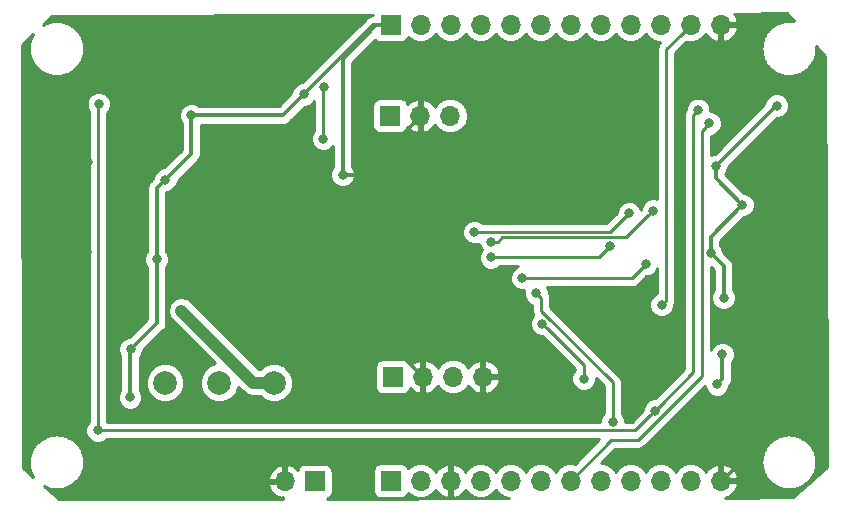
<source format=gbr>
G04 #@! TF.GenerationSoftware,KiCad,Pcbnew,5.0.0-rc2-dev-unknown-e0e0687~62~ubuntu16.04.1*
G04 #@! TF.CreationDate,2018-03-18T12:22:30+01:00*
G04 #@! TF.ProjectId,GhostSensorBoard,47686F737453656E736F72426F617264,rev?*
G04 #@! TF.SameCoordinates,Original*
G04 #@! TF.FileFunction,Copper,L2,Bot,Signal*
G04 #@! TF.FilePolarity,Positive*
%FSLAX46Y46*%
G04 Gerber Fmt 4.6, Leading zero omitted, Abs format (unit mm)*
G04 Created by KiCad (PCBNEW 5.0.0-rc2-dev-unknown-e0e0687~62~ubuntu16.04.1) date Sun Mar 18 12:22:30 2018*
%MOMM*%
%LPD*%
G01*
G04 APERTURE LIST*
%ADD10R,1.700000X1.700000*%
%ADD11O,1.700000X1.700000*%
%ADD12C,2.000000*%
%ADD13C,0.800000*%
%ADD14C,0.250000*%
%ADD15C,0.350000*%
%ADD16C,1.000000*%
%ADD17C,0.254000*%
G04 APERTURE END LIST*
D10*
X144600000Y-119050000D03*
D11*
X142060000Y-119050000D03*
D10*
X150970000Y-88100000D03*
D11*
X153510000Y-88100000D03*
X156050000Y-88100000D03*
D10*
X151010000Y-80400000D03*
D11*
X153550000Y-80400000D03*
X156090000Y-80400000D03*
X158630000Y-80400000D03*
X161170000Y-80400000D03*
X163710000Y-80400000D03*
X166250000Y-80400000D03*
X168790000Y-80400000D03*
X171330000Y-80400000D03*
X173870000Y-80400000D03*
X176410000Y-80400000D03*
X178950000Y-80400000D03*
X178950000Y-119000000D03*
X176410000Y-119000000D03*
X173870000Y-119000000D03*
X171330000Y-119000000D03*
X168790000Y-119000000D03*
X166250000Y-119000000D03*
X163710000Y-119000000D03*
X161170000Y-119000000D03*
X158630000Y-119000000D03*
X156090000Y-119000000D03*
X153550000Y-119000000D03*
D10*
X151010000Y-119000000D03*
D12*
X131900000Y-110700000D03*
X136500000Y-110700000D03*
X141100000Y-110700000D03*
D10*
X151200000Y-110200000D03*
D11*
X153740000Y-110200000D03*
X156280000Y-110200000D03*
X158820000Y-110200000D03*
D13*
X135150000Y-84900000D03*
X143550000Y-84400000D03*
X125300000Y-99600000D03*
X125350000Y-92050000D03*
X182050000Y-109400000D03*
X164000000Y-107700000D03*
X151750000Y-96900000D03*
X186700000Y-100650000D03*
X143700000Y-103600000D03*
X140350000Y-99500000D03*
X140500000Y-102100000D03*
X145600000Y-108150000D03*
X173412340Y-113062340D03*
X177050000Y-87600000D03*
X126300000Y-87100000D03*
X126200000Y-114750000D03*
X150850000Y-91900000D03*
X128950000Y-111950000D03*
X129000000Y-107850000D03*
X131200000Y-100250000D03*
X146950000Y-93100000D03*
X183700000Y-87250000D03*
X178550000Y-92350000D03*
X180800000Y-95650000D03*
X179200000Y-103500000D03*
X178100000Y-99750000D03*
X178650000Y-110850000D03*
X179100000Y-108300000D03*
X131950000Y-93500000D03*
X134150000Y-88050000D03*
X143650000Y-86300000D03*
X173950000Y-104100000D03*
X163837340Y-105712660D03*
X167350000Y-110350000D03*
X169800000Y-114000000D03*
X163350000Y-103150000D03*
X178000000Y-88750000D03*
X172600000Y-100674990D03*
X162150000Y-101850000D03*
X169600000Y-99125021D03*
X159500000Y-100100000D03*
X173243251Y-96132068D03*
X159500000Y-98750000D03*
X158100000Y-97950000D03*
X171200000Y-96350000D03*
X145360548Y-85685483D03*
X145300000Y-90050000D03*
X133300000Y-104600000D03*
D14*
X143550000Y-84400000D02*
X143050000Y-84900000D01*
X143050000Y-84900000D02*
X135150000Y-84900000D01*
X125350000Y-92050000D02*
X125350000Y-99550000D01*
X125350000Y-99550000D02*
X125300000Y-99600000D01*
X182050000Y-109400000D02*
X182050000Y-115900000D01*
X182050000Y-115900000D02*
X178950000Y-119000000D01*
X164000000Y-107700000D02*
X161500000Y-110200000D01*
X161500000Y-110200000D02*
X158820000Y-110200000D01*
X151750000Y-96900000D02*
X151750000Y-89860000D01*
X151750000Y-89860000D02*
X153510000Y-88100000D01*
X178950000Y-119000000D02*
X186700000Y-111250000D01*
X186700000Y-111250000D02*
X186700000Y-100650000D01*
X143700000Y-103600000D02*
X147140000Y-103600000D01*
X147140000Y-103600000D02*
X153740000Y-110200000D01*
D15*
X140350000Y-99500000D02*
X140350000Y-101950000D01*
X140350000Y-101950000D02*
X140500000Y-102100000D01*
X145600000Y-108150000D02*
X145600000Y-107200000D01*
X145600000Y-107200000D02*
X140500000Y-102100000D01*
D14*
X173812339Y-112662341D02*
X173412340Y-113062340D01*
X177050000Y-87600000D02*
X176650001Y-87999999D01*
X176650001Y-109824679D02*
X173812339Y-112662341D01*
X176650001Y-87999999D02*
X176650001Y-109824679D01*
X126200000Y-114750000D02*
X171724680Y-114750000D01*
X171724680Y-114750000D02*
X173012341Y-113462339D01*
X173012341Y-113462339D02*
X173412340Y-113062340D01*
X126200000Y-114750000D02*
X126200000Y-87200000D01*
X126200000Y-87200000D02*
X126300000Y-87100000D01*
D15*
X150850000Y-91900000D02*
X149650000Y-93100000D01*
X149650000Y-93100000D02*
X146950000Y-93100000D01*
X128950000Y-111950000D02*
X128950000Y-107900000D01*
X128950000Y-107900000D02*
X129000000Y-107850000D01*
X129000000Y-107850000D02*
X131200000Y-105650000D01*
X131200000Y-105650000D02*
X131200000Y-100250000D01*
X131200000Y-100250000D02*
X131200000Y-94250000D01*
X131200000Y-94250000D02*
X131950000Y-93500000D01*
X146950000Y-93100000D02*
X146950000Y-83260000D01*
X146950000Y-83260000D02*
X149810000Y-80400000D01*
X149810000Y-80400000D02*
X151010000Y-80400000D01*
X178550000Y-92350000D02*
X183650000Y-87250000D01*
X183650000Y-87250000D02*
X183700000Y-87250000D01*
X178550000Y-92350000D02*
X178550000Y-93400000D01*
X178550000Y-93400000D02*
X180800000Y-95650000D01*
X180800000Y-95650000D02*
X178100000Y-98350000D01*
X178100000Y-98350000D02*
X178100000Y-99750000D01*
X178100000Y-99750000D02*
X179200000Y-100850000D01*
X179200000Y-100850000D02*
X179200000Y-103500000D01*
X179100000Y-108300000D02*
X179100000Y-110400000D01*
X179100000Y-110400000D02*
X178650000Y-110850000D01*
X131950000Y-93500000D02*
X134150000Y-91300000D01*
X134150000Y-91300000D02*
X134150000Y-88050000D01*
X134150000Y-88050000D02*
X141900000Y-88050000D01*
X141900000Y-88050000D02*
X143650000Y-86300000D01*
X143650000Y-86300000D02*
X149550000Y-80400000D01*
X149550000Y-80400000D02*
X151010000Y-80400000D01*
D14*
X173950000Y-104100000D02*
X174349999Y-103700001D01*
X175560001Y-81249999D02*
X176410000Y-80400000D01*
X174349999Y-82460001D02*
X175560001Y-81249999D01*
X174349999Y-103700001D02*
X174349999Y-82460001D01*
X167350000Y-110350000D02*
X167350000Y-109225320D01*
X167350000Y-109225320D02*
X164237339Y-106112659D01*
X164237339Y-106112659D02*
X163837340Y-105712660D01*
X163749999Y-104599999D02*
X169800000Y-110650000D01*
X169800000Y-110650000D02*
X169800000Y-114000000D01*
X163749999Y-103549999D02*
X163749999Y-104599999D01*
X163350000Y-103150000D02*
X163749999Y-103549999D01*
X177374999Y-89375001D02*
X177600001Y-89149999D01*
X177374999Y-110125001D02*
X177374999Y-89375001D01*
X171950000Y-115550000D02*
X177374999Y-110125001D01*
X177600001Y-89149999D02*
X178000000Y-88750000D01*
X166250000Y-119000000D02*
X169700000Y-115550000D01*
X169700000Y-115550000D02*
X171950000Y-115550000D01*
X162150000Y-101850000D02*
X171424990Y-101850000D01*
X171424990Y-101850000D02*
X172200001Y-101074989D01*
X172200001Y-101074989D02*
X172600000Y-100674990D01*
X169200001Y-99525020D02*
X169600000Y-99125021D01*
X159500000Y-100100000D02*
X168625021Y-100100000D01*
X168625021Y-100100000D02*
X169200001Y-99525020D01*
X172843252Y-96532067D02*
X173243251Y-96132068D01*
X160065685Y-98750000D02*
X160415674Y-98400011D01*
X160415674Y-98400011D02*
X170975308Y-98400011D01*
X170975308Y-98400011D02*
X172843252Y-96532067D01*
X159500000Y-98750000D02*
X160065685Y-98750000D01*
X169600000Y-97950000D02*
X158100000Y-97950000D01*
X171200000Y-96350000D02*
X169600000Y-97950000D01*
X145300000Y-90050000D02*
X145300000Y-85746031D01*
X145300000Y-85746031D02*
X145360548Y-85685483D01*
D16*
X141100000Y-110700000D02*
X139400000Y-110700000D01*
X139400000Y-110700000D02*
X133300000Y-104600000D01*
D17*
G36*
X149512560Y-79581579D02*
X149470226Y-79590000D01*
X149233954Y-79636997D01*
X148966023Y-79816023D01*
X148920834Y-79883653D01*
X143539488Y-85265000D01*
X143444126Y-85265000D01*
X143063720Y-85422569D01*
X142772569Y-85713720D01*
X142615000Y-86094126D01*
X142615000Y-86189487D01*
X141564488Y-87240000D01*
X134803711Y-87240000D01*
X134736280Y-87172569D01*
X134355874Y-87015000D01*
X133944126Y-87015000D01*
X133563720Y-87172569D01*
X133272569Y-87463720D01*
X133115000Y-87844126D01*
X133115000Y-88255874D01*
X133272569Y-88636280D01*
X133340001Y-88703712D01*
X133340000Y-90964487D01*
X131839488Y-92465000D01*
X131744126Y-92465000D01*
X131363720Y-92622569D01*
X131072569Y-92913720D01*
X130915000Y-93294126D01*
X130915000Y-93389488D01*
X130683654Y-93620834D01*
X130616024Y-93666023D01*
X130570835Y-93733653D01*
X130436998Y-93933954D01*
X130374132Y-94250000D01*
X130390001Y-94329778D01*
X130390000Y-99596289D01*
X130322569Y-99663720D01*
X130165000Y-100044126D01*
X130165000Y-100455874D01*
X130322569Y-100836280D01*
X130390001Y-100903712D01*
X130390000Y-105314487D01*
X128889488Y-106815000D01*
X128794126Y-106815000D01*
X128413720Y-106972569D01*
X128122569Y-107263720D01*
X127965000Y-107644126D01*
X127965000Y-108055874D01*
X128122569Y-108436280D01*
X128140001Y-108453712D01*
X128140000Y-111296289D01*
X128072569Y-111363720D01*
X127915000Y-111744126D01*
X127915000Y-112155874D01*
X128072569Y-112536280D01*
X128363720Y-112827431D01*
X128744126Y-112985000D01*
X129155874Y-112985000D01*
X129536280Y-112827431D01*
X129827431Y-112536280D01*
X129985000Y-112155874D01*
X129985000Y-111744126D01*
X129827431Y-111363720D01*
X129760000Y-111296289D01*
X129760000Y-110374778D01*
X130265000Y-110374778D01*
X130265000Y-111025222D01*
X130513914Y-111626153D01*
X130973847Y-112086086D01*
X131574778Y-112335000D01*
X132225222Y-112335000D01*
X132826153Y-112086086D01*
X133286086Y-111626153D01*
X133535000Y-111025222D01*
X133535000Y-110374778D01*
X133286086Y-109773847D01*
X132826153Y-109313914D01*
X132225222Y-109065000D01*
X131574778Y-109065000D01*
X130973847Y-109313914D01*
X130513914Y-109773847D01*
X130265000Y-110374778D01*
X129760000Y-110374778D01*
X129760000Y-108553711D01*
X129877431Y-108436280D01*
X130035000Y-108055874D01*
X130035000Y-107960512D01*
X131716347Y-106279166D01*
X131783977Y-106233977D01*
X131963003Y-105966046D01*
X132010000Y-105729774D01*
X132010000Y-105729773D01*
X132025868Y-105650000D01*
X132010000Y-105570227D01*
X132010000Y-104600000D01*
X132142765Y-104600000D01*
X132230854Y-105042854D01*
X132418392Y-105323523D01*
X136164235Y-109069367D01*
X135573847Y-109313914D01*
X135113914Y-109773847D01*
X134865000Y-110374778D01*
X134865000Y-111025222D01*
X135113914Y-111626153D01*
X135573847Y-112086086D01*
X136174778Y-112335000D01*
X136825222Y-112335000D01*
X137426153Y-112086086D01*
X137886086Y-111626153D01*
X138130633Y-111035765D01*
X138518389Y-111423521D01*
X138581711Y-111518289D01*
X138894714Y-111727431D01*
X138957145Y-111769146D01*
X139400000Y-111857235D01*
X139511783Y-111835000D01*
X139922761Y-111835000D01*
X140173847Y-112086086D01*
X140774778Y-112335000D01*
X141425222Y-112335000D01*
X142026153Y-112086086D01*
X142486086Y-111626153D01*
X142735000Y-111025222D01*
X142735000Y-110374778D01*
X142486086Y-109773847D01*
X142062239Y-109350000D01*
X149702560Y-109350000D01*
X149702560Y-111050000D01*
X149751843Y-111297765D01*
X149892191Y-111507809D01*
X150102235Y-111648157D01*
X150350000Y-111697440D01*
X152050000Y-111697440D01*
X152297765Y-111648157D01*
X152507809Y-111507809D01*
X152648157Y-111297765D01*
X152668739Y-111194292D01*
X152973076Y-111471645D01*
X153383110Y-111641476D01*
X153613000Y-111520155D01*
X153613000Y-110327000D01*
X153593000Y-110327000D01*
X153593000Y-110073000D01*
X153613000Y-110073000D01*
X153613000Y-108879845D01*
X153867000Y-108879845D01*
X153867000Y-110073000D01*
X153887000Y-110073000D01*
X153887000Y-110327000D01*
X153867000Y-110327000D01*
X153867000Y-111520155D01*
X154096890Y-111641476D01*
X154506924Y-111471645D01*
X154935183Y-111081358D01*
X154996157Y-110951522D01*
X155209375Y-111270625D01*
X155700582Y-111598839D01*
X156133744Y-111685000D01*
X156426256Y-111685000D01*
X156859418Y-111598839D01*
X157350625Y-111270625D01*
X157563843Y-110951522D01*
X157624817Y-111081358D01*
X158053076Y-111471645D01*
X158463110Y-111641476D01*
X158693000Y-111520155D01*
X158693000Y-110327000D01*
X158947000Y-110327000D01*
X158947000Y-111520155D01*
X159176890Y-111641476D01*
X159586924Y-111471645D01*
X160015183Y-111081358D01*
X160261486Y-110556892D01*
X160140819Y-110327000D01*
X158947000Y-110327000D01*
X158693000Y-110327000D01*
X158673000Y-110327000D01*
X158673000Y-110073000D01*
X158693000Y-110073000D01*
X158693000Y-108879845D01*
X158947000Y-108879845D01*
X158947000Y-110073000D01*
X160140819Y-110073000D01*
X160261486Y-109843108D01*
X160015183Y-109318642D01*
X159586924Y-108928355D01*
X159176890Y-108758524D01*
X158947000Y-108879845D01*
X158693000Y-108879845D01*
X158463110Y-108758524D01*
X158053076Y-108928355D01*
X157624817Y-109318642D01*
X157563843Y-109448478D01*
X157350625Y-109129375D01*
X156859418Y-108801161D01*
X156426256Y-108715000D01*
X156133744Y-108715000D01*
X155700582Y-108801161D01*
X155209375Y-109129375D01*
X154996157Y-109448478D01*
X154935183Y-109318642D01*
X154506924Y-108928355D01*
X154096890Y-108758524D01*
X153867000Y-108879845D01*
X153613000Y-108879845D01*
X153383110Y-108758524D01*
X152973076Y-108928355D01*
X152668739Y-109205708D01*
X152648157Y-109102235D01*
X152507809Y-108892191D01*
X152297765Y-108751843D01*
X152050000Y-108702560D01*
X150350000Y-108702560D01*
X150102235Y-108751843D01*
X149892191Y-108892191D01*
X149751843Y-109102235D01*
X149702560Y-109350000D01*
X142062239Y-109350000D01*
X142026153Y-109313914D01*
X141425222Y-109065000D01*
X140774778Y-109065000D01*
X140173847Y-109313914D01*
X139922761Y-109565000D01*
X139870132Y-109565000D01*
X134023523Y-103718392D01*
X133742854Y-103530854D01*
X133300000Y-103442765D01*
X132857146Y-103530854D01*
X132481712Y-103781712D01*
X132230854Y-104157146D01*
X132142765Y-104600000D01*
X132010000Y-104600000D01*
X132010000Y-100903711D01*
X132077431Y-100836280D01*
X132235000Y-100455874D01*
X132235000Y-100044126D01*
X132077431Y-99663720D01*
X132010000Y-99596289D01*
X132010000Y-94585512D01*
X132060512Y-94535000D01*
X132155874Y-94535000D01*
X132536280Y-94377431D01*
X132827431Y-94086280D01*
X132985000Y-93705874D01*
X132985000Y-93610512D01*
X134666347Y-91929166D01*
X134733977Y-91883977D01*
X134913003Y-91616046D01*
X134960000Y-91379774D01*
X134960000Y-91379773D01*
X134975868Y-91300000D01*
X134960000Y-91220227D01*
X134960000Y-88860000D01*
X141820227Y-88860000D01*
X141900000Y-88875868D01*
X141979773Y-88860000D01*
X141979774Y-88860000D01*
X142216046Y-88813003D01*
X142483977Y-88633977D01*
X142529168Y-88566344D01*
X143760513Y-87335000D01*
X143855874Y-87335000D01*
X144236280Y-87177431D01*
X144527431Y-86886280D01*
X144540001Y-86855934D01*
X144540000Y-89346289D01*
X144422569Y-89463720D01*
X144265000Y-89844126D01*
X144265000Y-90255874D01*
X144422569Y-90636280D01*
X144713720Y-90927431D01*
X145094126Y-91085000D01*
X145505874Y-91085000D01*
X145886280Y-90927431D01*
X146140000Y-90673711D01*
X146140000Y-92446289D01*
X146072569Y-92513720D01*
X145915000Y-92894126D01*
X145915000Y-93305874D01*
X146072569Y-93686280D01*
X146363720Y-93977431D01*
X146744126Y-94135000D01*
X147155874Y-94135000D01*
X147536280Y-93977431D01*
X147827431Y-93686280D01*
X147985000Y-93305874D01*
X147985000Y-92894126D01*
X147827431Y-92513720D01*
X147760000Y-92446289D01*
X147760000Y-87250000D01*
X149472560Y-87250000D01*
X149472560Y-88950000D01*
X149521843Y-89197765D01*
X149662191Y-89407809D01*
X149872235Y-89548157D01*
X150120000Y-89597440D01*
X151820000Y-89597440D01*
X152067765Y-89548157D01*
X152277809Y-89407809D01*
X152418157Y-89197765D01*
X152438739Y-89094292D01*
X152743076Y-89371645D01*
X153153110Y-89541476D01*
X153383000Y-89420155D01*
X153383000Y-88227000D01*
X153363000Y-88227000D01*
X153363000Y-87973000D01*
X153383000Y-87973000D01*
X153383000Y-86779845D01*
X153637000Y-86779845D01*
X153637000Y-87973000D01*
X153657000Y-87973000D01*
X153657000Y-88227000D01*
X153637000Y-88227000D01*
X153637000Y-89420155D01*
X153866890Y-89541476D01*
X154276924Y-89371645D01*
X154705183Y-88981358D01*
X154766157Y-88851522D01*
X154979375Y-89170625D01*
X155470582Y-89498839D01*
X155903744Y-89585000D01*
X156196256Y-89585000D01*
X156629418Y-89498839D01*
X157120625Y-89170625D01*
X157448839Y-88679418D01*
X157564092Y-88100000D01*
X157448839Y-87520582D01*
X157120625Y-87029375D01*
X156629418Y-86701161D01*
X156196256Y-86615000D01*
X155903744Y-86615000D01*
X155470582Y-86701161D01*
X154979375Y-87029375D01*
X154766157Y-87348478D01*
X154705183Y-87218642D01*
X154276924Y-86828355D01*
X153866890Y-86658524D01*
X153637000Y-86779845D01*
X153383000Y-86779845D01*
X153153110Y-86658524D01*
X152743076Y-86828355D01*
X152438739Y-87105708D01*
X152418157Y-87002235D01*
X152277809Y-86792191D01*
X152067765Y-86651843D01*
X151820000Y-86602560D01*
X150120000Y-86602560D01*
X149872235Y-86651843D01*
X149662191Y-86792191D01*
X149521843Y-87002235D01*
X149472560Y-87250000D01*
X147760000Y-87250000D01*
X147760000Y-83595512D01*
X149680366Y-81675146D01*
X149702191Y-81707809D01*
X149912235Y-81848157D01*
X150160000Y-81897440D01*
X151860000Y-81897440D01*
X152107765Y-81848157D01*
X152317809Y-81707809D01*
X152458157Y-81497765D01*
X152467184Y-81452381D01*
X152479375Y-81470625D01*
X152970582Y-81798839D01*
X153403744Y-81885000D01*
X153696256Y-81885000D01*
X154129418Y-81798839D01*
X154620625Y-81470625D01*
X154820000Y-81172239D01*
X155019375Y-81470625D01*
X155510582Y-81798839D01*
X155943744Y-81885000D01*
X156236256Y-81885000D01*
X156669418Y-81798839D01*
X157160625Y-81470625D01*
X157360000Y-81172239D01*
X157559375Y-81470625D01*
X158050582Y-81798839D01*
X158483744Y-81885000D01*
X158776256Y-81885000D01*
X159209418Y-81798839D01*
X159700625Y-81470625D01*
X159900000Y-81172239D01*
X160099375Y-81470625D01*
X160590582Y-81798839D01*
X161023744Y-81885000D01*
X161316256Y-81885000D01*
X161749418Y-81798839D01*
X162240625Y-81470625D01*
X162440000Y-81172239D01*
X162639375Y-81470625D01*
X163130582Y-81798839D01*
X163563744Y-81885000D01*
X163856256Y-81885000D01*
X164289418Y-81798839D01*
X164780625Y-81470625D01*
X164980000Y-81172239D01*
X165179375Y-81470625D01*
X165670582Y-81798839D01*
X166103744Y-81885000D01*
X166396256Y-81885000D01*
X166829418Y-81798839D01*
X167320625Y-81470625D01*
X167520000Y-81172239D01*
X167719375Y-81470625D01*
X168210582Y-81798839D01*
X168643744Y-81885000D01*
X168936256Y-81885000D01*
X169369418Y-81798839D01*
X169860625Y-81470625D01*
X170060000Y-81172239D01*
X170259375Y-81470625D01*
X170750582Y-81798839D01*
X171183744Y-81885000D01*
X171476256Y-81885000D01*
X171909418Y-81798839D01*
X172400625Y-81470625D01*
X172600000Y-81172239D01*
X172799375Y-81470625D01*
X173290582Y-81798839D01*
X173723744Y-81885000D01*
X173842587Y-81885000D01*
X173802071Y-81912072D01*
X173759671Y-81975528D01*
X173759670Y-81975529D01*
X173634096Y-82163464D01*
X173575111Y-82460001D01*
X173590000Y-82534853D01*
X173589999Y-95155420D01*
X173449125Y-95097068D01*
X173037377Y-95097068D01*
X172656971Y-95254637D01*
X172365820Y-95545788D01*
X172208251Y-95926194D01*
X172208251Y-96079548D01*
X172077431Y-95763720D01*
X171786280Y-95472569D01*
X171405874Y-95315000D01*
X170994126Y-95315000D01*
X170613720Y-95472569D01*
X170322569Y-95763720D01*
X170165000Y-96144126D01*
X170165000Y-96310198D01*
X169285199Y-97190000D01*
X158803711Y-97190000D01*
X158686280Y-97072569D01*
X158305874Y-96915000D01*
X157894126Y-96915000D01*
X157513720Y-97072569D01*
X157222569Y-97363720D01*
X157065000Y-97744126D01*
X157065000Y-98155874D01*
X157222569Y-98536280D01*
X157513720Y-98827431D01*
X157894126Y-98985000D01*
X158305874Y-98985000D01*
X158465000Y-98919088D01*
X158465000Y-98955874D01*
X158622569Y-99336280D01*
X158711289Y-99425000D01*
X158622569Y-99513720D01*
X158465000Y-99894126D01*
X158465000Y-100305874D01*
X158622569Y-100686280D01*
X158913720Y-100977431D01*
X159294126Y-101135000D01*
X159705874Y-101135000D01*
X160086280Y-100977431D01*
X160203711Y-100860000D01*
X161835486Y-100860000D01*
X161563720Y-100972569D01*
X161272569Y-101263720D01*
X161115000Y-101644126D01*
X161115000Y-102055874D01*
X161272569Y-102436280D01*
X161563720Y-102727431D01*
X161944126Y-102885000D01*
X162339491Y-102885000D01*
X162315000Y-102944126D01*
X162315000Y-103355874D01*
X162472569Y-103736280D01*
X162763720Y-104027431D01*
X162990000Y-104121159D01*
X162990000Y-104525148D01*
X162975111Y-104599999D01*
X163034096Y-104896536D01*
X163096443Y-104989846D01*
X162959909Y-105126380D01*
X162802340Y-105506786D01*
X162802340Y-105918534D01*
X162959909Y-106298940D01*
X163251060Y-106590091D01*
X163631466Y-106747660D01*
X163797539Y-106747660D01*
X166590001Y-109540124D01*
X166590001Y-109646288D01*
X166472569Y-109763720D01*
X166315000Y-110144126D01*
X166315000Y-110555874D01*
X166472569Y-110936280D01*
X166763720Y-111227431D01*
X167144126Y-111385000D01*
X167555874Y-111385000D01*
X167936280Y-111227431D01*
X168227431Y-110936280D01*
X168385000Y-110555874D01*
X168385000Y-110309803D01*
X169040000Y-110964803D01*
X169040001Y-113296288D01*
X168922569Y-113413720D01*
X168765000Y-113794126D01*
X168765000Y-113990000D01*
X126960000Y-113990000D01*
X126960000Y-87903711D01*
X127177431Y-87686280D01*
X127335000Y-87305874D01*
X127335000Y-86894126D01*
X127177431Y-86513720D01*
X126886280Y-86222569D01*
X126505874Y-86065000D01*
X126094126Y-86065000D01*
X125713720Y-86222569D01*
X125422569Y-86513720D01*
X125265000Y-86894126D01*
X125265000Y-87305874D01*
X125422569Y-87686280D01*
X125440001Y-87703712D01*
X125440000Y-114046289D01*
X125322569Y-114163720D01*
X125165000Y-114544126D01*
X125165000Y-114955874D01*
X125322569Y-115336280D01*
X125613720Y-115627431D01*
X125994126Y-115785000D01*
X126405874Y-115785000D01*
X126786280Y-115627431D01*
X126903711Y-115510000D01*
X168665198Y-115510000D01*
X166616408Y-117558791D01*
X166396256Y-117515000D01*
X166103744Y-117515000D01*
X165670582Y-117601161D01*
X165179375Y-117929375D01*
X164980000Y-118227761D01*
X164780625Y-117929375D01*
X164289418Y-117601161D01*
X163856256Y-117515000D01*
X163563744Y-117515000D01*
X163130582Y-117601161D01*
X162639375Y-117929375D01*
X162440000Y-118227761D01*
X162240625Y-117929375D01*
X161749418Y-117601161D01*
X161316256Y-117515000D01*
X161023744Y-117515000D01*
X160590582Y-117601161D01*
X160099375Y-117929375D01*
X159900000Y-118227761D01*
X159700625Y-117929375D01*
X159209418Y-117601161D01*
X158776256Y-117515000D01*
X158483744Y-117515000D01*
X158050582Y-117601161D01*
X157559375Y-117929375D01*
X157346157Y-118248478D01*
X157285183Y-118118642D01*
X156856924Y-117728355D01*
X156446890Y-117558524D01*
X156217000Y-117679845D01*
X156217000Y-118873000D01*
X156237000Y-118873000D01*
X156237000Y-119127000D01*
X156217000Y-119127000D01*
X156217000Y-120320155D01*
X156446890Y-120441476D01*
X156856924Y-120271645D01*
X157285183Y-119881358D01*
X157346157Y-119751522D01*
X157559375Y-120070625D01*
X158050582Y-120398839D01*
X158483744Y-120485000D01*
X158776256Y-120485000D01*
X159209418Y-120398839D01*
X159700625Y-120070625D01*
X159900000Y-119772239D01*
X160099375Y-120070625D01*
X160590582Y-120398839D01*
X161004315Y-120481135D01*
X145596840Y-120518232D01*
X145697765Y-120498157D01*
X145907809Y-120357809D01*
X146048157Y-120147765D01*
X146097440Y-119900000D01*
X146097440Y-118200000D01*
X146087495Y-118150000D01*
X149512560Y-118150000D01*
X149512560Y-119850000D01*
X149561843Y-120097765D01*
X149702191Y-120307809D01*
X149912235Y-120448157D01*
X150160000Y-120497440D01*
X151860000Y-120497440D01*
X152107765Y-120448157D01*
X152317809Y-120307809D01*
X152458157Y-120097765D01*
X152467184Y-120052381D01*
X152479375Y-120070625D01*
X152970582Y-120398839D01*
X153403744Y-120485000D01*
X153696256Y-120485000D01*
X154129418Y-120398839D01*
X154620625Y-120070625D01*
X154833843Y-119751522D01*
X154894817Y-119881358D01*
X155323076Y-120271645D01*
X155733110Y-120441476D01*
X155963000Y-120320155D01*
X155963000Y-119127000D01*
X155943000Y-119127000D01*
X155943000Y-118873000D01*
X155963000Y-118873000D01*
X155963000Y-117679845D01*
X155733110Y-117558524D01*
X155323076Y-117728355D01*
X154894817Y-118118642D01*
X154833843Y-118248478D01*
X154620625Y-117929375D01*
X154129418Y-117601161D01*
X153696256Y-117515000D01*
X153403744Y-117515000D01*
X152970582Y-117601161D01*
X152479375Y-117929375D01*
X152467184Y-117947619D01*
X152458157Y-117902235D01*
X152317809Y-117692191D01*
X152107765Y-117551843D01*
X151860000Y-117502560D01*
X150160000Y-117502560D01*
X149912235Y-117551843D01*
X149702191Y-117692191D01*
X149561843Y-117902235D01*
X149512560Y-118150000D01*
X146087495Y-118150000D01*
X146048157Y-117952235D01*
X145907809Y-117742191D01*
X145697765Y-117601843D01*
X145450000Y-117552560D01*
X143750000Y-117552560D01*
X143502235Y-117601843D01*
X143292191Y-117742191D01*
X143151843Y-117952235D01*
X143131261Y-118055708D01*
X142826924Y-117778355D01*
X142416890Y-117608524D01*
X142187000Y-117729845D01*
X142187000Y-118923000D01*
X142207000Y-118923000D01*
X142207000Y-119177000D01*
X142187000Y-119177000D01*
X142187000Y-119197000D01*
X141933000Y-119197000D01*
X141933000Y-119177000D01*
X140739181Y-119177000D01*
X140618514Y-119406892D01*
X140864817Y-119931358D01*
X141293076Y-120321645D01*
X141703110Y-120491476D01*
X141932998Y-120370156D01*
X141932998Y-120527054D01*
X122898007Y-120572884D01*
X121669350Y-119485220D01*
X121742088Y-119524100D01*
X121833258Y-119572832D01*
X121833262Y-119572833D01*
X121833269Y-119572837D01*
X122010625Y-119626638D01*
X122042439Y-119636289D01*
X122042440Y-119636289D01*
X122271960Y-119705914D01*
X122344474Y-119713056D01*
X122510642Y-119729427D01*
X122510654Y-119729433D01*
X122635781Y-119741755D01*
X122728158Y-119750856D01*
X122728178Y-119750854D01*
X122728197Y-119750856D01*
X122814966Y-119742308D01*
X122945701Y-119729435D01*
X122945714Y-119729428D01*
X123127130Y-119711556D01*
X123184412Y-119705915D01*
X123184420Y-119705912D01*
X123184425Y-119705912D01*
X123215803Y-119696393D01*
X123413952Y-119636287D01*
X123413962Y-119636288D01*
X123526533Y-119602137D01*
X123623115Y-119572840D01*
X123623130Y-119572832D01*
X123623143Y-119572828D01*
X123700345Y-119531560D01*
X123815899Y-119469796D01*
X123815905Y-119469788D01*
X123971912Y-119386396D01*
X124027404Y-119356737D01*
X124027418Y-119356725D01*
X124027432Y-119356718D01*
X124070836Y-119321095D01*
X124212816Y-119204582D01*
X124212826Y-119204579D01*
X124312259Y-119122976D01*
X124381780Y-119065925D01*
X124381790Y-119065913D01*
X124381802Y-119065903D01*
X124440455Y-118994434D01*
X124520460Y-118896953D01*
X124520463Y-118896943D01*
X124672567Y-118711602D01*
X124672624Y-118711533D01*
X124672625Y-118711532D01*
X124672627Y-118711529D01*
X124682473Y-118693108D01*
X140618514Y-118693108D01*
X140739181Y-118923000D01*
X141933000Y-118923000D01*
X141933000Y-117729845D01*
X141703110Y-117608524D01*
X141293076Y-117778355D01*
X140864817Y-118168642D01*
X140618514Y-118693108D01*
X124682473Y-118693108D01*
X124709199Y-118643108D01*
X124785696Y-118499996D01*
X124785706Y-118499987D01*
X124858513Y-118363766D01*
X124888732Y-118307232D01*
X124888736Y-118307219D01*
X124888746Y-118307200D01*
X124918349Y-118209602D01*
X124952189Y-118098051D01*
X124952188Y-118098039D01*
X125009051Y-117910566D01*
X125021802Y-117868535D01*
X125021803Y-117868524D01*
X125021808Y-117868508D01*
X125028540Y-117800139D01*
X125045318Y-117629824D01*
X125045325Y-117629811D01*
X125058198Y-117499076D01*
X125066746Y-117412307D01*
X125066744Y-117412288D01*
X125066746Y-117412268D01*
X125056424Y-117307495D01*
X125045323Y-117194764D01*
X125045316Y-117194750D01*
X125027848Y-117017440D01*
X125021809Y-116956099D01*
X125021803Y-116956078D01*
X125021801Y-116956060D01*
X125004771Y-116899924D01*
X124952186Y-116726551D01*
X124952188Y-116726528D01*
X124911581Y-116592676D01*
X124888748Y-116517396D01*
X124888736Y-116517374D01*
X124888728Y-116517347D01*
X124844828Y-116435220D01*
X124785710Y-116324609D01*
X124785694Y-116324596D01*
X124703379Y-116170604D01*
X124672627Y-116113071D01*
X124672621Y-116113064D01*
X124672618Y-116113058D01*
X124645405Y-116079900D01*
X124520456Y-115927648D01*
X124466932Y-115862429D01*
X124381802Y-115758697D01*
X124381797Y-115758693D01*
X124381793Y-115758688D01*
X124273527Y-115669838D01*
X124212826Y-115620021D01*
X124212824Y-115620020D01*
X124077643Y-115509082D01*
X124027432Y-115467872D01*
X124027421Y-115467866D01*
X124027419Y-115467864D01*
X123995796Y-115450961D01*
X123815896Y-115354797D01*
X123815882Y-115354780D01*
X123699894Y-115292789D01*
X123623143Y-115251762D01*
X123623116Y-115251754D01*
X123623094Y-115251742D01*
X123548570Y-115229138D01*
X123413962Y-115188302D01*
X123413939Y-115188304D01*
X123244404Y-115136884D01*
X123184430Y-115118689D01*
X123184410Y-115118687D01*
X123184390Y-115118681D01*
X123120856Y-115112426D01*
X122945738Y-115095173D01*
X122945726Y-115095167D01*
X122818699Y-115082658D01*
X122728221Y-115073744D01*
X122728202Y-115073746D01*
X122728183Y-115073744D01*
X122642765Y-115082159D01*
X122510679Y-115095165D01*
X122510666Y-115095172D01*
X122340351Y-115111950D01*
X122271982Y-115118682D01*
X122271966Y-115118687D01*
X122271955Y-115118688D01*
X122229924Y-115131439D01*
X122042451Y-115188302D01*
X122042439Y-115188301D01*
X121930888Y-115222141D01*
X121833290Y-115251744D01*
X121833271Y-115251754D01*
X121833258Y-115251758D01*
X121766771Y-115287297D01*
X121640503Y-115354784D01*
X121640494Y-115354794D01*
X121487058Y-115436809D01*
X121428961Y-115467863D01*
X121428958Y-115467865D01*
X121428957Y-115467866D01*
X121416590Y-115478015D01*
X121243547Y-115620027D01*
X121243537Y-115620030D01*
X121146056Y-115700035D01*
X121074587Y-115758688D01*
X121074577Y-115758700D01*
X121074565Y-115758710D01*
X121013941Y-115832585D01*
X120935911Y-115927664D01*
X120935908Y-115927674D01*
X120819395Y-116069654D01*
X120783772Y-116113058D01*
X120783765Y-116113071D01*
X120783753Y-116113086D01*
X120754094Y-116168578D01*
X120670702Y-116324585D01*
X120670694Y-116324591D01*
X120611562Y-116435220D01*
X120567662Y-116517347D01*
X120567658Y-116517360D01*
X120567650Y-116517375D01*
X120538353Y-116613957D01*
X120504202Y-116726528D01*
X120504203Y-116726538D01*
X120446783Y-116915833D01*
X120434579Y-116956060D01*
X120434578Y-116956067D01*
X120434575Y-116956078D01*
X120428536Y-117017402D01*
X120411064Y-117194750D01*
X120411057Y-117194764D01*
X120399956Y-117307495D01*
X120389634Y-117412269D01*
X120389636Y-117412288D01*
X120389634Y-117412307D01*
X120398049Y-117497725D01*
X120411055Y-117629811D01*
X120411062Y-117629824D01*
X120425757Y-117778990D01*
X120434576Y-117868529D01*
X120504201Y-118098050D01*
X120506201Y-118104644D01*
X120567653Y-118307221D01*
X120567657Y-118307228D01*
X120567658Y-118307232D01*
X120597877Y-118363766D01*
X120670698Y-118500004D01*
X120670700Y-118500005D01*
X120754443Y-118656674D01*
X120773340Y-118692031D01*
X119926762Y-117942601D01*
X119777226Y-82103853D01*
X120758514Y-81160307D01*
X120752598Y-81171378D01*
X120670700Y-81324582D01*
X120670676Y-81324602D01*
X120606387Y-81444892D01*
X120567666Y-81517327D01*
X120567655Y-81517363D01*
X120567640Y-81517391D01*
X120548152Y-81581646D01*
X120504203Y-81726507D01*
X120504206Y-81726538D01*
X120453960Y-81892203D01*
X120434580Y-81956084D01*
X120434577Y-81956111D01*
X120434570Y-81956135D01*
X120429535Y-82007284D01*
X120411064Y-82194755D01*
X120411053Y-82194776D01*
X120397602Y-82331393D01*
X120389634Y-82412262D01*
X120389637Y-82412290D01*
X120389634Y-82412318D01*
X120397602Y-82493187D01*
X120411053Y-82629804D01*
X120411064Y-82629824D01*
X120427625Y-82797903D01*
X120434570Y-82868445D01*
X120434577Y-82868469D01*
X120434580Y-82868496D01*
X120453115Y-82929591D01*
X120504206Y-83098042D01*
X120504203Y-83098073D01*
X120545712Y-83234889D01*
X120567640Y-83307189D01*
X120567655Y-83307217D01*
X120567666Y-83307253D01*
X120605368Y-83377782D01*
X120670676Y-83499978D01*
X120670700Y-83499998D01*
X120752598Y-83653202D01*
X120783720Y-83711444D01*
X120783753Y-83711484D01*
X120783778Y-83711531D01*
X120827762Y-83765122D01*
X120935888Y-83896903D01*
X120935894Y-83896923D01*
X121020045Y-83999472D01*
X121074523Y-84065868D01*
X121074544Y-84065885D01*
X121074561Y-84065906D01*
X121140377Y-84119925D01*
X121243484Y-84204561D01*
X121243505Y-84204567D01*
X121260027Y-84218128D01*
X121260063Y-84218195D01*
X121369163Y-84307702D01*
X121428930Y-84356756D01*
X121429002Y-84356794D01*
X121429061Y-84356843D01*
X121493588Y-84391320D01*
X121621709Y-84459810D01*
X121621786Y-84459818D01*
X121770708Y-84539388D01*
X121833165Y-84572784D01*
X121833274Y-84572817D01*
X121833373Y-84572870D01*
X121900602Y-84593252D01*
X122062792Y-84642479D01*
X122062874Y-84642547D01*
X122198192Y-84683576D01*
X122271850Y-84705932D01*
X122271963Y-84705943D01*
X122272065Y-84705974D01*
X122344720Y-84713120D01*
X122489389Y-84727391D01*
X122489492Y-84727360D01*
X122658832Y-84744016D01*
X122728080Y-84750846D01*
X122728178Y-84750836D01*
X122728275Y-84750846D01*
X122797157Y-84744052D01*
X122966883Y-84727359D01*
X122966984Y-84727390D01*
X123110263Y-84713258D01*
X123184310Y-84705975D01*
X123184413Y-84705944D01*
X123184523Y-84705933D01*
X123257467Y-84683794D01*
X123393502Y-84642549D01*
X123393583Y-84642482D01*
X123556825Y-84592938D01*
X123623027Y-84572866D01*
X123623118Y-84572817D01*
X123623218Y-84572787D01*
X123684484Y-84540028D01*
X123834600Y-84459817D01*
X123834670Y-84459810D01*
X123958505Y-84393612D01*
X124027329Y-84356837D01*
X124027388Y-84356789D01*
X124027449Y-84356756D01*
X124083337Y-84310885D01*
X124196325Y-84218186D01*
X124196359Y-84218123D01*
X124212867Y-84204574D01*
X124212880Y-84204570D01*
X124313312Y-84122133D01*
X124381818Y-84065907D01*
X124381830Y-84065893D01*
X124381844Y-84065881D01*
X124438725Y-83996559D01*
X124520486Y-83896924D01*
X124520490Y-83896911D01*
X124630189Y-83763219D01*
X124672612Y-83711531D01*
X124672633Y-83711492D01*
X124672660Y-83711459D01*
X124704367Y-83652128D01*
X124785696Y-83499986D01*
X124785728Y-83499960D01*
X124851022Y-83377782D01*
X124888724Y-83307253D01*
X124888738Y-83307208D01*
X124888759Y-83307168D01*
X124911074Y-83233586D01*
X124952187Y-83098074D01*
X124952183Y-83098032D01*
X125004153Y-82926663D01*
X125021800Y-82868496D01*
X125021803Y-82868463D01*
X125021815Y-82868424D01*
X125028756Y-82797897D01*
X125045316Y-82629824D01*
X125045327Y-82629804D01*
X125058574Y-82495262D01*
X125066746Y-82412319D01*
X125066743Y-82412290D01*
X125066746Y-82412261D01*
X125058574Y-82329318D01*
X125045327Y-82194776D01*
X125045316Y-82194755D01*
X125028565Y-82024743D01*
X125021815Y-81956156D01*
X125021803Y-81956117D01*
X125021800Y-81956084D01*
X125003296Y-81895091D01*
X124952183Y-81726548D01*
X124952187Y-81726506D01*
X124911074Y-81590994D01*
X124888759Y-81517412D01*
X124888738Y-81517372D01*
X124888724Y-81517327D01*
X124850914Y-81446596D01*
X124785728Y-81324620D01*
X124785696Y-81324594D01*
X124704367Y-81172452D01*
X124672660Y-81113121D01*
X124672633Y-81113088D01*
X124672612Y-81113049D01*
X124630189Y-81061361D01*
X124520430Y-80927596D01*
X124520399Y-80927494D01*
X124429449Y-80816717D01*
X124381844Y-80758699D01*
X124381759Y-80758630D01*
X124381690Y-80758545D01*
X124324159Y-80711350D01*
X124212880Y-80620010D01*
X124212777Y-80619979D01*
X124082542Y-80513142D01*
X124027501Y-80467958D01*
X124027391Y-80467899D01*
X124027298Y-80467823D01*
X123966690Y-80435443D01*
X123815880Y-80354807D01*
X123815810Y-80354722D01*
X123688830Y-80286875D01*
X123623219Y-80251794D01*
X123623112Y-80251762D01*
X123623010Y-80251707D01*
X123550820Y-80229821D01*
X123414045Y-80188310D01*
X123413934Y-80188321D01*
X123252342Y-80139331D01*
X123184545Y-80118751D01*
X123184419Y-80118739D01*
X123184302Y-80118703D01*
X123115288Y-80111917D01*
X122945731Y-80095186D01*
X122945612Y-80095122D01*
X122802418Y-80081044D01*
X122728338Y-80073734D01*
X122728201Y-80073747D01*
X122728065Y-80073734D01*
X122653947Y-80081047D01*
X122510793Y-80095121D01*
X122510674Y-80095185D01*
X122344334Y-80111598D01*
X122272071Y-80118704D01*
X122271953Y-80118740D01*
X122271840Y-80118751D01*
X122207425Y-80138304D01*
X122042457Y-80188319D01*
X122042355Y-80188309D01*
X121903440Y-80230467D01*
X121833373Y-80251710D01*
X121833283Y-80251758D01*
X121833181Y-80251789D01*
X121765983Y-80287718D01*
X121640574Y-80354726D01*
X121640510Y-80354804D01*
X121540782Y-80408126D01*
X122301366Y-79676795D01*
X149512560Y-79567688D01*
X149512560Y-79581579D01*
X149512560Y-79581579D01*
G37*
X149512560Y-79581579D02*
X149470226Y-79590000D01*
X149233954Y-79636997D01*
X148966023Y-79816023D01*
X148920834Y-79883653D01*
X143539488Y-85265000D01*
X143444126Y-85265000D01*
X143063720Y-85422569D01*
X142772569Y-85713720D01*
X142615000Y-86094126D01*
X142615000Y-86189487D01*
X141564488Y-87240000D01*
X134803711Y-87240000D01*
X134736280Y-87172569D01*
X134355874Y-87015000D01*
X133944126Y-87015000D01*
X133563720Y-87172569D01*
X133272569Y-87463720D01*
X133115000Y-87844126D01*
X133115000Y-88255874D01*
X133272569Y-88636280D01*
X133340001Y-88703712D01*
X133340000Y-90964487D01*
X131839488Y-92465000D01*
X131744126Y-92465000D01*
X131363720Y-92622569D01*
X131072569Y-92913720D01*
X130915000Y-93294126D01*
X130915000Y-93389488D01*
X130683654Y-93620834D01*
X130616024Y-93666023D01*
X130570835Y-93733653D01*
X130436998Y-93933954D01*
X130374132Y-94250000D01*
X130390001Y-94329778D01*
X130390000Y-99596289D01*
X130322569Y-99663720D01*
X130165000Y-100044126D01*
X130165000Y-100455874D01*
X130322569Y-100836280D01*
X130390001Y-100903712D01*
X130390000Y-105314487D01*
X128889488Y-106815000D01*
X128794126Y-106815000D01*
X128413720Y-106972569D01*
X128122569Y-107263720D01*
X127965000Y-107644126D01*
X127965000Y-108055874D01*
X128122569Y-108436280D01*
X128140001Y-108453712D01*
X128140000Y-111296289D01*
X128072569Y-111363720D01*
X127915000Y-111744126D01*
X127915000Y-112155874D01*
X128072569Y-112536280D01*
X128363720Y-112827431D01*
X128744126Y-112985000D01*
X129155874Y-112985000D01*
X129536280Y-112827431D01*
X129827431Y-112536280D01*
X129985000Y-112155874D01*
X129985000Y-111744126D01*
X129827431Y-111363720D01*
X129760000Y-111296289D01*
X129760000Y-110374778D01*
X130265000Y-110374778D01*
X130265000Y-111025222D01*
X130513914Y-111626153D01*
X130973847Y-112086086D01*
X131574778Y-112335000D01*
X132225222Y-112335000D01*
X132826153Y-112086086D01*
X133286086Y-111626153D01*
X133535000Y-111025222D01*
X133535000Y-110374778D01*
X133286086Y-109773847D01*
X132826153Y-109313914D01*
X132225222Y-109065000D01*
X131574778Y-109065000D01*
X130973847Y-109313914D01*
X130513914Y-109773847D01*
X130265000Y-110374778D01*
X129760000Y-110374778D01*
X129760000Y-108553711D01*
X129877431Y-108436280D01*
X130035000Y-108055874D01*
X130035000Y-107960512D01*
X131716347Y-106279166D01*
X131783977Y-106233977D01*
X131963003Y-105966046D01*
X132010000Y-105729774D01*
X132010000Y-105729773D01*
X132025868Y-105650000D01*
X132010000Y-105570227D01*
X132010000Y-104600000D01*
X132142765Y-104600000D01*
X132230854Y-105042854D01*
X132418392Y-105323523D01*
X136164235Y-109069367D01*
X135573847Y-109313914D01*
X135113914Y-109773847D01*
X134865000Y-110374778D01*
X134865000Y-111025222D01*
X135113914Y-111626153D01*
X135573847Y-112086086D01*
X136174778Y-112335000D01*
X136825222Y-112335000D01*
X137426153Y-112086086D01*
X137886086Y-111626153D01*
X138130633Y-111035765D01*
X138518389Y-111423521D01*
X138581711Y-111518289D01*
X138894714Y-111727431D01*
X138957145Y-111769146D01*
X139400000Y-111857235D01*
X139511783Y-111835000D01*
X139922761Y-111835000D01*
X140173847Y-112086086D01*
X140774778Y-112335000D01*
X141425222Y-112335000D01*
X142026153Y-112086086D01*
X142486086Y-111626153D01*
X142735000Y-111025222D01*
X142735000Y-110374778D01*
X142486086Y-109773847D01*
X142062239Y-109350000D01*
X149702560Y-109350000D01*
X149702560Y-111050000D01*
X149751843Y-111297765D01*
X149892191Y-111507809D01*
X150102235Y-111648157D01*
X150350000Y-111697440D01*
X152050000Y-111697440D01*
X152297765Y-111648157D01*
X152507809Y-111507809D01*
X152648157Y-111297765D01*
X152668739Y-111194292D01*
X152973076Y-111471645D01*
X153383110Y-111641476D01*
X153613000Y-111520155D01*
X153613000Y-110327000D01*
X153593000Y-110327000D01*
X153593000Y-110073000D01*
X153613000Y-110073000D01*
X153613000Y-108879845D01*
X153867000Y-108879845D01*
X153867000Y-110073000D01*
X153887000Y-110073000D01*
X153887000Y-110327000D01*
X153867000Y-110327000D01*
X153867000Y-111520155D01*
X154096890Y-111641476D01*
X154506924Y-111471645D01*
X154935183Y-111081358D01*
X154996157Y-110951522D01*
X155209375Y-111270625D01*
X155700582Y-111598839D01*
X156133744Y-111685000D01*
X156426256Y-111685000D01*
X156859418Y-111598839D01*
X157350625Y-111270625D01*
X157563843Y-110951522D01*
X157624817Y-111081358D01*
X158053076Y-111471645D01*
X158463110Y-111641476D01*
X158693000Y-111520155D01*
X158693000Y-110327000D01*
X158947000Y-110327000D01*
X158947000Y-111520155D01*
X159176890Y-111641476D01*
X159586924Y-111471645D01*
X160015183Y-111081358D01*
X160261486Y-110556892D01*
X160140819Y-110327000D01*
X158947000Y-110327000D01*
X158693000Y-110327000D01*
X158673000Y-110327000D01*
X158673000Y-110073000D01*
X158693000Y-110073000D01*
X158693000Y-108879845D01*
X158947000Y-108879845D01*
X158947000Y-110073000D01*
X160140819Y-110073000D01*
X160261486Y-109843108D01*
X160015183Y-109318642D01*
X159586924Y-108928355D01*
X159176890Y-108758524D01*
X158947000Y-108879845D01*
X158693000Y-108879845D01*
X158463110Y-108758524D01*
X158053076Y-108928355D01*
X157624817Y-109318642D01*
X157563843Y-109448478D01*
X157350625Y-109129375D01*
X156859418Y-108801161D01*
X156426256Y-108715000D01*
X156133744Y-108715000D01*
X155700582Y-108801161D01*
X155209375Y-109129375D01*
X154996157Y-109448478D01*
X154935183Y-109318642D01*
X154506924Y-108928355D01*
X154096890Y-108758524D01*
X153867000Y-108879845D01*
X153613000Y-108879845D01*
X153383110Y-108758524D01*
X152973076Y-108928355D01*
X152668739Y-109205708D01*
X152648157Y-109102235D01*
X152507809Y-108892191D01*
X152297765Y-108751843D01*
X152050000Y-108702560D01*
X150350000Y-108702560D01*
X150102235Y-108751843D01*
X149892191Y-108892191D01*
X149751843Y-109102235D01*
X149702560Y-109350000D01*
X142062239Y-109350000D01*
X142026153Y-109313914D01*
X141425222Y-109065000D01*
X140774778Y-109065000D01*
X140173847Y-109313914D01*
X139922761Y-109565000D01*
X139870132Y-109565000D01*
X134023523Y-103718392D01*
X133742854Y-103530854D01*
X133300000Y-103442765D01*
X132857146Y-103530854D01*
X132481712Y-103781712D01*
X132230854Y-104157146D01*
X132142765Y-104600000D01*
X132010000Y-104600000D01*
X132010000Y-100903711D01*
X132077431Y-100836280D01*
X132235000Y-100455874D01*
X132235000Y-100044126D01*
X132077431Y-99663720D01*
X132010000Y-99596289D01*
X132010000Y-94585512D01*
X132060512Y-94535000D01*
X132155874Y-94535000D01*
X132536280Y-94377431D01*
X132827431Y-94086280D01*
X132985000Y-93705874D01*
X132985000Y-93610512D01*
X134666347Y-91929166D01*
X134733977Y-91883977D01*
X134913003Y-91616046D01*
X134960000Y-91379774D01*
X134960000Y-91379773D01*
X134975868Y-91300000D01*
X134960000Y-91220227D01*
X134960000Y-88860000D01*
X141820227Y-88860000D01*
X141900000Y-88875868D01*
X141979773Y-88860000D01*
X141979774Y-88860000D01*
X142216046Y-88813003D01*
X142483977Y-88633977D01*
X142529168Y-88566344D01*
X143760513Y-87335000D01*
X143855874Y-87335000D01*
X144236280Y-87177431D01*
X144527431Y-86886280D01*
X144540001Y-86855934D01*
X144540000Y-89346289D01*
X144422569Y-89463720D01*
X144265000Y-89844126D01*
X144265000Y-90255874D01*
X144422569Y-90636280D01*
X144713720Y-90927431D01*
X145094126Y-91085000D01*
X145505874Y-91085000D01*
X145886280Y-90927431D01*
X146140000Y-90673711D01*
X146140000Y-92446289D01*
X146072569Y-92513720D01*
X145915000Y-92894126D01*
X145915000Y-93305874D01*
X146072569Y-93686280D01*
X146363720Y-93977431D01*
X146744126Y-94135000D01*
X147155874Y-94135000D01*
X147536280Y-93977431D01*
X147827431Y-93686280D01*
X147985000Y-93305874D01*
X147985000Y-92894126D01*
X147827431Y-92513720D01*
X147760000Y-92446289D01*
X147760000Y-87250000D01*
X149472560Y-87250000D01*
X149472560Y-88950000D01*
X149521843Y-89197765D01*
X149662191Y-89407809D01*
X149872235Y-89548157D01*
X150120000Y-89597440D01*
X151820000Y-89597440D01*
X152067765Y-89548157D01*
X152277809Y-89407809D01*
X152418157Y-89197765D01*
X152438739Y-89094292D01*
X152743076Y-89371645D01*
X153153110Y-89541476D01*
X153383000Y-89420155D01*
X153383000Y-88227000D01*
X153363000Y-88227000D01*
X153363000Y-87973000D01*
X153383000Y-87973000D01*
X153383000Y-86779845D01*
X153637000Y-86779845D01*
X153637000Y-87973000D01*
X153657000Y-87973000D01*
X153657000Y-88227000D01*
X153637000Y-88227000D01*
X153637000Y-89420155D01*
X153866890Y-89541476D01*
X154276924Y-89371645D01*
X154705183Y-88981358D01*
X154766157Y-88851522D01*
X154979375Y-89170625D01*
X155470582Y-89498839D01*
X155903744Y-89585000D01*
X156196256Y-89585000D01*
X156629418Y-89498839D01*
X157120625Y-89170625D01*
X157448839Y-88679418D01*
X157564092Y-88100000D01*
X157448839Y-87520582D01*
X157120625Y-87029375D01*
X156629418Y-86701161D01*
X156196256Y-86615000D01*
X155903744Y-86615000D01*
X155470582Y-86701161D01*
X154979375Y-87029375D01*
X154766157Y-87348478D01*
X154705183Y-87218642D01*
X154276924Y-86828355D01*
X153866890Y-86658524D01*
X153637000Y-86779845D01*
X153383000Y-86779845D01*
X153153110Y-86658524D01*
X152743076Y-86828355D01*
X152438739Y-87105708D01*
X152418157Y-87002235D01*
X152277809Y-86792191D01*
X152067765Y-86651843D01*
X151820000Y-86602560D01*
X150120000Y-86602560D01*
X149872235Y-86651843D01*
X149662191Y-86792191D01*
X149521843Y-87002235D01*
X149472560Y-87250000D01*
X147760000Y-87250000D01*
X147760000Y-83595512D01*
X149680366Y-81675146D01*
X149702191Y-81707809D01*
X149912235Y-81848157D01*
X150160000Y-81897440D01*
X151860000Y-81897440D01*
X152107765Y-81848157D01*
X152317809Y-81707809D01*
X152458157Y-81497765D01*
X152467184Y-81452381D01*
X152479375Y-81470625D01*
X152970582Y-81798839D01*
X153403744Y-81885000D01*
X153696256Y-81885000D01*
X154129418Y-81798839D01*
X154620625Y-81470625D01*
X154820000Y-81172239D01*
X155019375Y-81470625D01*
X155510582Y-81798839D01*
X155943744Y-81885000D01*
X156236256Y-81885000D01*
X156669418Y-81798839D01*
X157160625Y-81470625D01*
X157360000Y-81172239D01*
X157559375Y-81470625D01*
X158050582Y-81798839D01*
X158483744Y-81885000D01*
X158776256Y-81885000D01*
X159209418Y-81798839D01*
X159700625Y-81470625D01*
X159900000Y-81172239D01*
X160099375Y-81470625D01*
X160590582Y-81798839D01*
X161023744Y-81885000D01*
X161316256Y-81885000D01*
X161749418Y-81798839D01*
X162240625Y-81470625D01*
X162440000Y-81172239D01*
X162639375Y-81470625D01*
X163130582Y-81798839D01*
X163563744Y-81885000D01*
X163856256Y-81885000D01*
X164289418Y-81798839D01*
X164780625Y-81470625D01*
X164980000Y-81172239D01*
X165179375Y-81470625D01*
X165670582Y-81798839D01*
X166103744Y-81885000D01*
X166396256Y-81885000D01*
X166829418Y-81798839D01*
X167320625Y-81470625D01*
X167520000Y-81172239D01*
X167719375Y-81470625D01*
X168210582Y-81798839D01*
X168643744Y-81885000D01*
X168936256Y-81885000D01*
X169369418Y-81798839D01*
X169860625Y-81470625D01*
X170060000Y-81172239D01*
X170259375Y-81470625D01*
X170750582Y-81798839D01*
X171183744Y-81885000D01*
X171476256Y-81885000D01*
X171909418Y-81798839D01*
X172400625Y-81470625D01*
X172600000Y-81172239D01*
X172799375Y-81470625D01*
X173290582Y-81798839D01*
X173723744Y-81885000D01*
X173842587Y-81885000D01*
X173802071Y-81912072D01*
X173759671Y-81975528D01*
X173759670Y-81975529D01*
X173634096Y-82163464D01*
X173575111Y-82460001D01*
X173590000Y-82534853D01*
X173589999Y-95155420D01*
X173449125Y-95097068D01*
X173037377Y-95097068D01*
X172656971Y-95254637D01*
X172365820Y-95545788D01*
X172208251Y-95926194D01*
X172208251Y-96079548D01*
X172077431Y-95763720D01*
X171786280Y-95472569D01*
X171405874Y-95315000D01*
X170994126Y-95315000D01*
X170613720Y-95472569D01*
X170322569Y-95763720D01*
X170165000Y-96144126D01*
X170165000Y-96310198D01*
X169285199Y-97190000D01*
X158803711Y-97190000D01*
X158686280Y-97072569D01*
X158305874Y-96915000D01*
X157894126Y-96915000D01*
X157513720Y-97072569D01*
X157222569Y-97363720D01*
X157065000Y-97744126D01*
X157065000Y-98155874D01*
X157222569Y-98536280D01*
X157513720Y-98827431D01*
X157894126Y-98985000D01*
X158305874Y-98985000D01*
X158465000Y-98919088D01*
X158465000Y-98955874D01*
X158622569Y-99336280D01*
X158711289Y-99425000D01*
X158622569Y-99513720D01*
X158465000Y-99894126D01*
X158465000Y-100305874D01*
X158622569Y-100686280D01*
X158913720Y-100977431D01*
X159294126Y-101135000D01*
X159705874Y-101135000D01*
X160086280Y-100977431D01*
X160203711Y-100860000D01*
X161835486Y-100860000D01*
X161563720Y-100972569D01*
X161272569Y-101263720D01*
X161115000Y-101644126D01*
X161115000Y-102055874D01*
X161272569Y-102436280D01*
X161563720Y-102727431D01*
X161944126Y-102885000D01*
X162339491Y-102885000D01*
X162315000Y-102944126D01*
X162315000Y-103355874D01*
X162472569Y-103736280D01*
X162763720Y-104027431D01*
X162990000Y-104121159D01*
X162990000Y-104525148D01*
X162975111Y-104599999D01*
X163034096Y-104896536D01*
X163096443Y-104989846D01*
X162959909Y-105126380D01*
X162802340Y-105506786D01*
X162802340Y-105918534D01*
X162959909Y-106298940D01*
X163251060Y-106590091D01*
X163631466Y-106747660D01*
X163797539Y-106747660D01*
X166590001Y-109540124D01*
X166590001Y-109646288D01*
X166472569Y-109763720D01*
X166315000Y-110144126D01*
X166315000Y-110555874D01*
X166472569Y-110936280D01*
X166763720Y-111227431D01*
X167144126Y-111385000D01*
X167555874Y-111385000D01*
X167936280Y-111227431D01*
X168227431Y-110936280D01*
X168385000Y-110555874D01*
X168385000Y-110309803D01*
X169040000Y-110964803D01*
X169040001Y-113296288D01*
X168922569Y-113413720D01*
X168765000Y-113794126D01*
X168765000Y-113990000D01*
X126960000Y-113990000D01*
X126960000Y-87903711D01*
X127177431Y-87686280D01*
X127335000Y-87305874D01*
X127335000Y-86894126D01*
X127177431Y-86513720D01*
X126886280Y-86222569D01*
X126505874Y-86065000D01*
X126094126Y-86065000D01*
X125713720Y-86222569D01*
X125422569Y-86513720D01*
X125265000Y-86894126D01*
X125265000Y-87305874D01*
X125422569Y-87686280D01*
X125440001Y-87703712D01*
X125440000Y-114046289D01*
X125322569Y-114163720D01*
X125165000Y-114544126D01*
X125165000Y-114955874D01*
X125322569Y-115336280D01*
X125613720Y-115627431D01*
X125994126Y-115785000D01*
X126405874Y-115785000D01*
X126786280Y-115627431D01*
X126903711Y-115510000D01*
X168665198Y-115510000D01*
X166616408Y-117558791D01*
X166396256Y-117515000D01*
X166103744Y-117515000D01*
X165670582Y-117601161D01*
X165179375Y-117929375D01*
X164980000Y-118227761D01*
X164780625Y-117929375D01*
X164289418Y-117601161D01*
X163856256Y-117515000D01*
X163563744Y-117515000D01*
X163130582Y-117601161D01*
X162639375Y-117929375D01*
X162440000Y-118227761D01*
X162240625Y-117929375D01*
X161749418Y-117601161D01*
X161316256Y-117515000D01*
X161023744Y-117515000D01*
X160590582Y-117601161D01*
X160099375Y-117929375D01*
X159900000Y-118227761D01*
X159700625Y-117929375D01*
X159209418Y-117601161D01*
X158776256Y-117515000D01*
X158483744Y-117515000D01*
X158050582Y-117601161D01*
X157559375Y-117929375D01*
X157346157Y-118248478D01*
X157285183Y-118118642D01*
X156856924Y-117728355D01*
X156446890Y-117558524D01*
X156217000Y-117679845D01*
X156217000Y-118873000D01*
X156237000Y-118873000D01*
X156237000Y-119127000D01*
X156217000Y-119127000D01*
X156217000Y-120320155D01*
X156446890Y-120441476D01*
X156856924Y-120271645D01*
X157285183Y-119881358D01*
X157346157Y-119751522D01*
X157559375Y-120070625D01*
X158050582Y-120398839D01*
X158483744Y-120485000D01*
X158776256Y-120485000D01*
X159209418Y-120398839D01*
X159700625Y-120070625D01*
X159900000Y-119772239D01*
X160099375Y-120070625D01*
X160590582Y-120398839D01*
X161004315Y-120481135D01*
X145596840Y-120518232D01*
X145697765Y-120498157D01*
X145907809Y-120357809D01*
X146048157Y-120147765D01*
X146097440Y-119900000D01*
X146097440Y-118200000D01*
X146087495Y-118150000D01*
X149512560Y-118150000D01*
X149512560Y-119850000D01*
X149561843Y-120097765D01*
X149702191Y-120307809D01*
X149912235Y-120448157D01*
X150160000Y-120497440D01*
X151860000Y-120497440D01*
X152107765Y-120448157D01*
X152317809Y-120307809D01*
X152458157Y-120097765D01*
X152467184Y-120052381D01*
X152479375Y-120070625D01*
X152970582Y-120398839D01*
X153403744Y-120485000D01*
X153696256Y-120485000D01*
X154129418Y-120398839D01*
X154620625Y-120070625D01*
X154833843Y-119751522D01*
X154894817Y-119881358D01*
X155323076Y-120271645D01*
X155733110Y-120441476D01*
X155963000Y-120320155D01*
X155963000Y-119127000D01*
X155943000Y-119127000D01*
X155943000Y-118873000D01*
X155963000Y-118873000D01*
X155963000Y-117679845D01*
X155733110Y-117558524D01*
X155323076Y-117728355D01*
X154894817Y-118118642D01*
X154833843Y-118248478D01*
X154620625Y-117929375D01*
X154129418Y-117601161D01*
X153696256Y-117515000D01*
X153403744Y-117515000D01*
X152970582Y-117601161D01*
X152479375Y-117929375D01*
X152467184Y-117947619D01*
X152458157Y-117902235D01*
X152317809Y-117692191D01*
X152107765Y-117551843D01*
X151860000Y-117502560D01*
X150160000Y-117502560D01*
X149912235Y-117551843D01*
X149702191Y-117692191D01*
X149561843Y-117902235D01*
X149512560Y-118150000D01*
X146087495Y-118150000D01*
X146048157Y-117952235D01*
X145907809Y-117742191D01*
X145697765Y-117601843D01*
X145450000Y-117552560D01*
X143750000Y-117552560D01*
X143502235Y-117601843D01*
X143292191Y-117742191D01*
X143151843Y-117952235D01*
X143131261Y-118055708D01*
X142826924Y-117778355D01*
X142416890Y-117608524D01*
X142187000Y-117729845D01*
X142187000Y-118923000D01*
X142207000Y-118923000D01*
X142207000Y-119177000D01*
X142187000Y-119177000D01*
X142187000Y-119197000D01*
X141933000Y-119197000D01*
X141933000Y-119177000D01*
X140739181Y-119177000D01*
X140618514Y-119406892D01*
X140864817Y-119931358D01*
X141293076Y-120321645D01*
X141703110Y-120491476D01*
X141932998Y-120370156D01*
X141932998Y-120527054D01*
X122898007Y-120572884D01*
X121669350Y-119485220D01*
X121742088Y-119524100D01*
X121833258Y-119572832D01*
X121833262Y-119572833D01*
X121833269Y-119572837D01*
X122010625Y-119626638D01*
X122042439Y-119636289D01*
X122042440Y-119636289D01*
X122271960Y-119705914D01*
X122344474Y-119713056D01*
X122510642Y-119729427D01*
X122510654Y-119729433D01*
X122635781Y-119741755D01*
X122728158Y-119750856D01*
X122728178Y-119750854D01*
X122728197Y-119750856D01*
X122814966Y-119742308D01*
X122945701Y-119729435D01*
X122945714Y-119729428D01*
X123127130Y-119711556D01*
X123184412Y-119705915D01*
X123184420Y-119705912D01*
X123184425Y-119705912D01*
X123215803Y-119696393D01*
X123413952Y-119636287D01*
X123413962Y-119636288D01*
X123526533Y-119602137D01*
X123623115Y-119572840D01*
X123623130Y-119572832D01*
X123623143Y-119572828D01*
X123700345Y-119531560D01*
X123815899Y-119469796D01*
X123815905Y-119469788D01*
X123971912Y-119386396D01*
X124027404Y-119356737D01*
X124027418Y-119356725D01*
X124027432Y-119356718D01*
X124070836Y-119321095D01*
X124212816Y-119204582D01*
X124212826Y-119204579D01*
X124312259Y-119122976D01*
X124381780Y-119065925D01*
X124381790Y-119065913D01*
X124381802Y-119065903D01*
X124440455Y-118994434D01*
X124520460Y-118896953D01*
X124520463Y-118896943D01*
X124672567Y-118711602D01*
X124672624Y-118711533D01*
X124672625Y-118711532D01*
X124672627Y-118711529D01*
X124682473Y-118693108D01*
X140618514Y-118693108D01*
X140739181Y-118923000D01*
X141933000Y-118923000D01*
X141933000Y-117729845D01*
X141703110Y-117608524D01*
X141293076Y-117778355D01*
X140864817Y-118168642D01*
X140618514Y-118693108D01*
X124682473Y-118693108D01*
X124709199Y-118643108D01*
X124785696Y-118499996D01*
X124785706Y-118499987D01*
X124858513Y-118363766D01*
X124888732Y-118307232D01*
X124888736Y-118307219D01*
X124888746Y-118307200D01*
X124918349Y-118209602D01*
X124952189Y-118098051D01*
X124952188Y-118098039D01*
X125009051Y-117910566D01*
X125021802Y-117868535D01*
X125021803Y-117868524D01*
X125021808Y-117868508D01*
X125028540Y-117800139D01*
X125045318Y-117629824D01*
X125045325Y-117629811D01*
X125058198Y-117499076D01*
X125066746Y-117412307D01*
X125066744Y-117412288D01*
X125066746Y-117412268D01*
X125056424Y-117307495D01*
X125045323Y-117194764D01*
X125045316Y-117194750D01*
X125027848Y-117017440D01*
X125021809Y-116956099D01*
X125021803Y-116956078D01*
X125021801Y-116956060D01*
X125004771Y-116899924D01*
X124952186Y-116726551D01*
X124952188Y-116726528D01*
X124911581Y-116592676D01*
X124888748Y-116517396D01*
X124888736Y-116517374D01*
X124888728Y-116517347D01*
X124844828Y-116435220D01*
X124785710Y-116324609D01*
X124785694Y-116324596D01*
X124703379Y-116170604D01*
X124672627Y-116113071D01*
X124672621Y-116113064D01*
X124672618Y-116113058D01*
X124645405Y-116079900D01*
X124520456Y-115927648D01*
X124466932Y-115862429D01*
X124381802Y-115758697D01*
X124381797Y-115758693D01*
X124381793Y-115758688D01*
X124273527Y-115669838D01*
X124212826Y-115620021D01*
X124212824Y-115620020D01*
X124077643Y-115509082D01*
X124027432Y-115467872D01*
X124027421Y-115467866D01*
X124027419Y-115467864D01*
X123995796Y-115450961D01*
X123815896Y-115354797D01*
X123815882Y-115354780D01*
X123699894Y-115292789D01*
X123623143Y-115251762D01*
X123623116Y-115251754D01*
X123623094Y-115251742D01*
X123548570Y-115229138D01*
X123413962Y-115188302D01*
X123413939Y-115188304D01*
X123244404Y-115136884D01*
X123184430Y-115118689D01*
X123184410Y-115118687D01*
X123184390Y-115118681D01*
X123120856Y-115112426D01*
X122945738Y-115095173D01*
X122945726Y-115095167D01*
X122818699Y-115082658D01*
X122728221Y-115073744D01*
X122728202Y-115073746D01*
X122728183Y-115073744D01*
X122642765Y-115082159D01*
X122510679Y-115095165D01*
X122510666Y-115095172D01*
X122340351Y-115111950D01*
X122271982Y-115118682D01*
X122271966Y-115118687D01*
X122271955Y-115118688D01*
X122229924Y-115131439D01*
X122042451Y-115188302D01*
X122042439Y-115188301D01*
X121930888Y-115222141D01*
X121833290Y-115251744D01*
X121833271Y-115251754D01*
X121833258Y-115251758D01*
X121766771Y-115287297D01*
X121640503Y-115354784D01*
X121640494Y-115354794D01*
X121487058Y-115436809D01*
X121428961Y-115467863D01*
X121428958Y-115467865D01*
X121428957Y-115467866D01*
X121416590Y-115478015D01*
X121243547Y-115620027D01*
X121243537Y-115620030D01*
X121146056Y-115700035D01*
X121074587Y-115758688D01*
X121074577Y-115758700D01*
X121074565Y-115758710D01*
X121013941Y-115832585D01*
X120935911Y-115927664D01*
X120935908Y-115927674D01*
X120819395Y-116069654D01*
X120783772Y-116113058D01*
X120783765Y-116113071D01*
X120783753Y-116113086D01*
X120754094Y-116168578D01*
X120670702Y-116324585D01*
X120670694Y-116324591D01*
X120611562Y-116435220D01*
X120567662Y-116517347D01*
X120567658Y-116517360D01*
X120567650Y-116517375D01*
X120538353Y-116613957D01*
X120504202Y-116726528D01*
X120504203Y-116726538D01*
X120446783Y-116915833D01*
X120434579Y-116956060D01*
X120434578Y-116956067D01*
X120434575Y-116956078D01*
X120428536Y-117017402D01*
X120411064Y-117194750D01*
X120411057Y-117194764D01*
X120399956Y-117307495D01*
X120389634Y-117412269D01*
X120389636Y-117412288D01*
X120389634Y-117412307D01*
X120398049Y-117497725D01*
X120411055Y-117629811D01*
X120411062Y-117629824D01*
X120425757Y-117778990D01*
X120434576Y-117868529D01*
X120504201Y-118098050D01*
X120506201Y-118104644D01*
X120567653Y-118307221D01*
X120567657Y-118307228D01*
X120567658Y-118307232D01*
X120597877Y-118363766D01*
X120670698Y-118500004D01*
X120670700Y-118500005D01*
X120754443Y-118656674D01*
X120773340Y-118692031D01*
X119926762Y-117942601D01*
X119777226Y-82103853D01*
X120758514Y-81160307D01*
X120752598Y-81171378D01*
X120670700Y-81324582D01*
X120670676Y-81324602D01*
X120606387Y-81444892D01*
X120567666Y-81517327D01*
X120567655Y-81517363D01*
X120567640Y-81517391D01*
X120548152Y-81581646D01*
X120504203Y-81726507D01*
X120504206Y-81726538D01*
X120453960Y-81892203D01*
X120434580Y-81956084D01*
X120434577Y-81956111D01*
X120434570Y-81956135D01*
X120429535Y-82007284D01*
X120411064Y-82194755D01*
X120411053Y-82194776D01*
X120397602Y-82331393D01*
X120389634Y-82412262D01*
X120389637Y-82412290D01*
X120389634Y-82412318D01*
X120397602Y-82493187D01*
X120411053Y-82629804D01*
X120411064Y-82629824D01*
X120427625Y-82797903D01*
X120434570Y-82868445D01*
X120434577Y-82868469D01*
X120434580Y-82868496D01*
X120453115Y-82929591D01*
X120504206Y-83098042D01*
X120504203Y-83098073D01*
X120545712Y-83234889D01*
X120567640Y-83307189D01*
X120567655Y-83307217D01*
X120567666Y-83307253D01*
X120605368Y-83377782D01*
X120670676Y-83499978D01*
X120670700Y-83499998D01*
X120752598Y-83653202D01*
X120783720Y-83711444D01*
X120783753Y-83711484D01*
X120783778Y-83711531D01*
X120827762Y-83765122D01*
X120935888Y-83896903D01*
X120935894Y-83896923D01*
X121020045Y-83999472D01*
X121074523Y-84065868D01*
X121074544Y-84065885D01*
X121074561Y-84065906D01*
X121140377Y-84119925D01*
X121243484Y-84204561D01*
X121243505Y-84204567D01*
X121260027Y-84218128D01*
X121260063Y-84218195D01*
X121369163Y-84307702D01*
X121428930Y-84356756D01*
X121429002Y-84356794D01*
X121429061Y-84356843D01*
X121493588Y-84391320D01*
X121621709Y-84459810D01*
X121621786Y-84459818D01*
X121770708Y-84539388D01*
X121833165Y-84572784D01*
X121833274Y-84572817D01*
X121833373Y-84572870D01*
X121900602Y-84593252D01*
X122062792Y-84642479D01*
X122062874Y-84642547D01*
X122198192Y-84683576D01*
X122271850Y-84705932D01*
X122271963Y-84705943D01*
X122272065Y-84705974D01*
X122344720Y-84713120D01*
X122489389Y-84727391D01*
X122489492Y-84727360D01*
X122658832Y-84744016D01*
X122728080Y-84750846D01*
X122728178Y-84750836D01*
X122728275Y-84750846D01*
X122797157Y-84744052D01*
X122966883Y-84727359D01*
X122966984Y-84727390D01*
X123110263Y-84713258D01*
X123184310Y-84705975D01*
X123184413Y-84705944D01*
X123184523Y-84705933D01*
X123257467Y-84683794D01*
X123393502Y-84642549D01*
X123393583Y-84642482D01*
X123556825Y-84592938D01*
X123623027Y-84572866D01*
X123623118Y-84572817D01*
X123623218Y-84572787D01*
X123684484Y-84540028D01*
X123834600Y-84459817D01*
X123834670Y-84459810D01*
X123958505Y-84393612D01*
X124027329Y-84356837D01*
X124027388Y-84356789D01*
X124027449Y-84356756D01*
X124083337Y-84310885D01*
X124196325Y-84218186D01*
X124196359Y-84218123D01*
X124212867Y-84204574D01*
X124212880Y-84204570D01*
X124313312Y-84122133D01*
X124381818Y-84065907D01*
X124381830Y-84065893D01*
X124381844Y-84065881D01*
X124438725Y-83996559D01*
X124520486Y-83896924D01*
X124520490Y-83896911D01*
X124630189Y-83763219D01*
X124672612Y-83711531D01*
X124672633Y-83711492D01*
X124672660Y-83711459D01*
X124704367Y-83652128D01*
X124785696Y-83499986D01*
X124785728Y-83499960D01*
X124851022Y-83377782D01*
X124888724Y-83307253D01*
X124888738Y-83307208D01*
X124888759Y-83307168D01*
X124911074Y-83233586D01*
X124952187Y-83098074D01*
X124952183Y-83098032D01*
X125004153Y-82926663D01*
X125021800Y-82868496D01*
X125021803Y-82868463D01*
X125021815Y-82868424D01*
X125028756Y-82797897D01*
X125045316Y-82629824D01*
X125045327Y-82629804D01*
X125058574Y-82495262D01*
X125066746Y-82412319D01*
X125066743Y-82412290D01*
X125066746Y-82412261D01*
X125058574Y-82329318D01*
X125045327Y-82194776D01*
X125045316Y-82194755D01*
X125028565Y-82024743D01*
X125021815Y-81956156D01*
X125021803Y-81956117D01*
X125021800Y-81956084D01*
X125003296Y-81895091D01*
X124952183Y-81726548D01*
X124952187Y-81726506D01*
X124911074Y-81590994D01*
X124888759Y-81517412D01*
X124888738Y-81517372D01*
X124888724Y-81517327D01*
X124850914Y-81446596D01*
X124785728Y-81324620D01*
X124785696Y-81324594D01*
X124704367Y-81172452D01*
X124672660Y-81113121D01*
X124672633Y-81113088D01*
X124672612Y-81113049D01*
X124630189Y-81061361D01*
X124520430Y-80927596D01*
X124520399Y-80927494D01*
X124429449Y-80816717D01*
X124381844Y-80758699D01*
X124381759Y-80758630D01*
X124381690Y-80758545D01*
X124324159Y-80711350D01*
X124212880Y-80620010D01*
X124212777Y-80619979D01*
X124082542Y-80513142D01*
X124027501Y-80467958D01*
X124027391Y-80467899D01*
X124027298Y-80467823D01*
X123966690Y-80435443D01*
X123815880Y-80354807D01*
X123815810Y-80354722D01*
X123688830Y-80286875D01*
X123623219Y-80251794D01*
X123623112Y-80251762D01*
X123623010Y-80251707D01*
X123550820Y-80229821D01*
X123414045Y-80188310D01*
X123413934Y-80188321D01*
X123252342Y-80139331D01*
X123184545Y-80118751D01*
X123184419Y-80118739D01*
X123184302Y-80118703D01*
X123115288Y-80111917D01*
X122945731Y-80095186D01*
X122945612Y-80095122D01*
X122802418Y-80081044D01*
X122728338Y-80073734D01*
X122728201Y-80073747D01*
X122728065Y-80073734D01*
X122653947Y-80081047D01*
X122510793Y-80095121D01*
X122510674Y-80095185D01*
X122344334Y-80111598D01*
X122272071Y-80118704D01*
X122271953Y-80118740D01*
X122271840Y-80118751D01*
X122207425Y-80138304D01*
X122042457Y-80188319D01*
X122042355Y-80188309D01*
X121903440Y-80230467D01*
X121833373Y-80251710D01*
X121833283Y-80251758D01*
X121833181Y-80251789D01*
X121765983Y-80287718D01*
X121640574Y-80354726D01*
X121640510Y-80354804D01*
X121540782Y-80408126D01*
X122301366Y-79676795D01*
X149512560Y-79567688D01*
X149512560Y-79581579D01*
G36*
X185168534Y-80117154D02*
X185114126Y-80111806D01*
X184945727Y-80095187D01*
X184945600Y-80095119D01*
X184802311Y-80081034D01*
X184728345Y-80073734D01*
X184728200Y-80073748D01*
X184728054Y-80073734D01*
X184654129Y-80081030D01*
X184510799Y-80095119D01*
X184510672Y-80095187D01*
X184342403Y-80111793D01*
X184272154Y-80118698D01*
X184272018Y-80118739D01*
X184271879Y-80118753D01*
X184204854Y-80139099D01*
X184042465Y-80188324D01*
X184042332Y-80188311D01*
X183902876Y-80230638D01*
X183833405Y-80251697D01*
X183833290Y-80251759D01*
X183833160Y-80251798D01*
X183766644Y-80287364D01*
X183640601Y-80354704D01*
X183640518Y-80354805D01*
X183491513Y-80434479D01*
X183429152Y-80467789D01*
X183429030Y-80467889D01*
X183428890Y-80467964D01*
X183374536Y-80512586D01*
X183243628Y-80619957D01*
X183243513Y-80619992D01*
X183132222Y-80711333D01*
X183074712Y-80758503D01*
X183074635Y-80758597D01*
X183074541Y-80758674D01*
X183027603Y-80815872D01*
X182935989Y-80927440D01*
X182935954Y-80927555D01*
X182922343Y-80944142D01*
X182922313Y-80944158D01*
X182833263Y-81052694D01*
X182783701Y-81113090D01*
X182783684Y-81113121D01*
X182783659Y-81113152D01*
X182743715Y-81187906D01*
X182680663Y-81305878D01*
X182680660Y-81305910D01*
X182600349Y-81456207D01*
X182567693Y-81517287D01*
X182567668Y-81517369D01*
X182567629Y-81517442D01*
X182548162Y-81581646D01*
X182498001Y-81746941D01*
X182497946Y-81747008D01*
X182456845Y-81882562D01*
X182434552Y-81956024D01*
X182434543Y-81956112D01*
X182434517Y-81956199D01*
X182427104Y-82031558D01*
X182413102Y-82173564D01*
X182413127Y-82173647D01*
X182396370Y-82344003D01*
X182389644Y-82412202D01*
X182389653Y-82412290D01*
X182389644Y-82412378D01*
X182396370Y-82480577D01*
X182413127Y-82650933D01*
X182413102Y-82651016D01*
X182427104Y-82793022D01*
X182434517Y-82868381D01*
X182434543Y-82868468D01*
X182434552Y-82868556D01*
X182456189Y-82939857D01*
X182497946Y-83077572D01*
X182498001Y-83077639D01*
X182547702Y-83241416D01*
X182567629Y-83307138D01*
X182567668Y-83307211D01*
X182567693Y-83307293D01*
X182600349Y-83368373D01*
X182680660Y-83518670D01*
X182680663Y-83518702D01*
X182743715Y-83636674D01*
X182783659Y-83711428D01*
X182783684Y-83711459D01*
X182783701Y-83711490D01*
X182832015Y-83770365D01*
X182922313Y-83880422D01*
X182922343Y-83880438D01*
X182935894Y-83896952D01*
X182935902Y-83896977D01*
X183022672Y-84002699D01*
X183074541Y-84065906D01*
X183074565Y-84065925D01*
X183074584Y-84065949D01*
X183137791Y-84117818D01*
X183243513Y-84204588D01*
X183243538Y-84204596D01*
X183260052Y-84218147D01*
X183260068Y-84218177D01*
X183370102Y-84308456D01*
X183429000Y-84356789D01*
X183429031Y-84356806D01*
X183429062Y-84356831D01*
X183503626Y-84396674D01*
X183621787Y-84459827D01*
X183621819Y-84459830D01*
X183774359Y-84541339D01*
X183833197Y-84572797D01*
X183833274Y-84572820D01*
X183833352Y-84572862D01*
X183901880Y-84593640D01*
X184062851Y-84642489D01*
X184062918Y-84642544D01*
X184199633Y-84683997D01*
X184271933Y-84705938D01*
X184272023Y-84705947D01*
X184272109Y-84705973D01*
X184348545Y-84713492D01*
X184489473Y-84727387D01*
X184489554Y-84727362D01*
X184659913Y-84744120D01*
X184728112Y-84750846D01*
X184728200Y-84750837D01*
X184728288Y-84750846D01*
X184796487Y-84744120D01*
X184966843Y-84727363D01*
X184966926Y-84727388D01*
X185108932Y-84713386D01*
X185184291Y-84705973D01*
X185184378Y-84705947D01*
X185184466Y-84705938D01*
X185255767Y-84684301D01*
X185393482Y-84642544D01*
X185393549Y-84642489D01*
X185557326Y-84592788D01*
X185623048Y-84572861D01*
X185623121Y-84572822D01*
X185623203Y-84572797D01*
X185684283Y-84540141D01*
X185834580Y-84459830D01*
X185834612Y-84459827D01*
X185952584Y-84396775D01*
X186027338Y-84356831D01*
X186027369Y-84356806D01*
X186027400Y-84356789D01*
X186086298Y-84308456D01*
X186196332Y-84218177D01*
X186196348Y-84218147D01*
X186212935Y-84204536D01*
X186213050Y-84204501D01*
X186324618Y-84112887D01*
X186381816Y-84065949D01*
X186381893Y-84065855D01*
X186381987Y-84065778D01*
X186429157Y-84008268D01*
X186520498Y-83896977D01*
X186520533Y-83896862D01*
X186627904Y-83765954D01*
X186672526Y-83711600D01*
X186672601Y-83711460D01*
X186672701Y-83711338D01*
X186706011Y-83648977D01*
X186785685Y-83499972D01*
X186785786Y-83499889D01*
X186853126Y-83373846D01*
X186888692Y-83307330D01*
X186888731Y-83307200D01*
X186888793Y-83307085D01*
X186909852Y-83237614D01*
X186952179Y-83098158D01*
X186952166Y-83098025D01*
X187001391Y-82935636D01*
X187021737Y-82868611D01*
X187021751Y-82868472D01*
X187021792Y-82868336D01*
X187028716Y-82797897D01*
X187045303Y-82629817D01*
X187045371Y-82629690D01*
X187059435Y-82486615D01*
X187066756Y-82412436D01*
X187066742Y-82412290D01*
X187066756Y-82412144D01*
X187059435Y-82337965D01*
X187045371Y-82194890D01*
X187045303Y-82194763D01*
X187044776Y-82189420D01*
X187823281Y-83049262D01*
X187993200Y-112615266D01*
X187993200Y-117376171D01*
X187950379Y-117810701D01*
X185100469Y-120423119D01*
X179317594Y-120437042D01*
X179716924Y-120271645D01*
X180145183Y-119881358D01*
X180391486Y-119356892D01*
X180270819Y-119127000D01*
X179077000Y-119127000D01*
X179077000Y-119147000D01*
X178823000Y-119147000D01*
X178823000Y-119127000D01*
X178803000Y-119127000D01*
X178803000Y-118873000D01*
X178823000Y-118873000D01*
X178823000Y-117679845D01*
X179077000Y-117679845D01*
X179077000Y-118873000D01*
X180270819Y-118873000D01*
X180391486Y-118643108D01*
X180145183Y-118118642D01*
X179716924Y-117728355D01*
X179306890Y-117558524D01*
X179077000Y-117679845D01*
X178823000Y-117679845D01*
X178593110Y-117558524D01*
X178183076Y-117728355D01*
X177754817Y-118118642D01*
X177693843Y-118248478D01*
X177480625Y-117929375D01*
X176989418Y-117601161D01*
X176556256Y-117515000D01*
X176263744Y-117515000D01*
X175830582Y-117601161D01*
X175339375Y-117929375D01*
X175140000Y-118227761D01*
X174940625Y-117929375D01*
X174449418Y-117601161D01*
X174016256Y-117515000D01*
X173723744Y-117515000D01*
X173290582Y-117601161D01*
X172799375Y-117929375D01*
X172600000Y-118227761D01*
X172400625Y-117929375D01*
X171909418Y-117601161D01*
X171476256Y-117515000D01*
X171183744Y-117515000D01*
X170750582Y-117601161D01*
X170259375Y-117929375D01*
X170060000Y-118227761D01*
X169860625Y-117929375D01*
X169369418Y-117601161D01*
X168936256Y-117515000D01*
X168809802Y-117515000D01*
X168912612Y-117412190D01*
X182389644Y-117412190D01*
X182389654Y-117412288D01*
X182389644Y-117412385D01*
X182396438Y-117481267D01*
X182413131Y-117650996D01*
X182413099Y-117651101D01*
X182427336Y-117795425D01*
X182434515Y-117868420D01*
X182434547Y-117868525D01*
X182434558Y-117868639D01*
X182456728Y-117941684D01*
X182497941Y-118077612D01*
X182498010Y-118077696D01*
X182547565Y-118240965D01*
X182567620Y-118307117D01*
X182567673Y-118307216D01*
X182567706Y-118307325D01*
X182600993Y-118369577D01*
X182680673Y-118518705D01*
X182680680Y-118518780D01*
X182747142Y-118643108D01*
X182783647Y-118711430D01*
X182783699Y-118711493D01*
X182783734Y-118711559D01*
X182830040Y-118767978D01*
X182922296Y-118880428D01*
X182922363Y-118880464D01*
X182935921Y-118896983D01*
X182935928Y-118897006D01*
X183020472Y-119000000D01*
X183074583Y-119065928D01*
X183074604Y-119065946D01*
X183074622Y-119065967D01*
X183140453Y-119119981D01*
X183243566Y-119204596D01*
X183243587Y-119204602D01*
X183379368Y-119316011D01*
X183428959Y-119356712D01*
X183429003Y-119356735D01*
X183429045Y-119356770D01*
X183489996Y-119389340D01*
X183640492Y-119469790D01*
X183640512Y-119469814D01*
X183760802Y-119534103D01*
X183833237Y-119572824D01*
X183833273Y-119572835D01*
X183833301Y-119572850D01*
X183904400Y-119594414D01*
X184042416Y-119636287D01*
X184042448Y-119636284D01*
X184211165Y-119687455D01*
X184271994Y-119705910D01*
X184272019Y-119705912D01*
X184272044Y-119705920D01*
X184333438Y-119711964D01*
X184510665Y-119729426D01*
X184510686Y-119729437D01*
X184646118Y-119742772D01*
X184728171Y-119750856D01*
X184728200Y-119750853D01*
X184728228Y-119750856D01*
X184809998Y-119742799D01*
X184945714Y-119729437D01*
X184945735Y-119729426D01*
X185123662Y-119711895D01*
X185184355Y-119705920D01*
X185184379Y-119705913D01*
X185184406Y-119705910D01*
X185248287Y-119686530D01*
X185413952Y-119636284D01*
X185413983Y-119636287D01*
X185551412Y-119594593D01*
X185623099Y-119572850D01*
X185623127Y-119572835D01*
X185623163Y-119572824D01*
X185695598Y-119534103D01*
X185815888Y-119469814D01*
X185815908Y-119469790D01*
X185969112Y-119387892D01*
X186027354Y-119356770D01*
X186027394Y-119356737D01*
X186027441Y-119356712D01*
X186081032Y-119312728D01*
X186212885Y-119204543D01*
X186212996Y-119204509D01*
X186323896Y-119113459D01*
X186381778Y-119065967D01*
X186381853Y-119065875D01*
X186381945Y-119065800D01*
X186429334Y-119008032D01*
X186520471Y-118897006D01*
X186520505Y-118896895D01*
X186627161Y-118766880D01*
X186672538Y-118711602D01*
X186672594Y-118711496D01*
X186672667Y-118711408D01*
X186705066Y-118650764D01*
X186785686Y-118499980D01*
X186785764Y-118499916D01*
X186852772Y-118374507D01*
X186888701Y-118307309D01*
X186888732Y-118307207D01*
X186888780Y-118307117D01*
X186910023Y-118237050D01*
X186952181Y-118098135D01*
X186952171Y-118098033D01*
X187002186Y-117933065D01*
X187021739Y-117868650D01*
X187021750Y-117868537D01*
X187021786Y-117868419D01*
X187028892Y-117796156D01*
X187045305Y-117629816D01*
X187045369Y-117629697D01*
X187059425Y-117486721D01*
X187066756Y-117412425D01*
X187066743Y-117412288D01*
X187066756Y-117412151D01*
X187059424Y-117337844D01*
X187045368Y-117194878D01*
X187045304Y-117194759D01*
X187028597Y-117025441D01*
X187021787Y-116956187D01*
X187021751Y-116956069D01*
X187021739Y-116955945D01*
X187001443Y-116889082D01*
X186952169Y-116726556D01*
X186952180Y-116726444D01*
X186910618Y-116589502D01*
X186888783Y-116517480D01*
X186888728Y-116517378D01*
X186888696Y-116517271D01*
X186853872Y-116452142D01*
X186785768Y-116324679D01*
X186785682Y-116324608D01*
X186705254Y-116174187D01*
X186672667Y-116113192D01*
X186672591Y-116113099D01*
X186672532Y-116112989D01*
X186627348Y-116057948D01*
X186520512Y-115927715D01*
X186520481Y-115927611D01*
X186429036Y-115816204D01*
X186381945Y-115758800D01*
X186381860Y-115758731D01*
X186381791Y-115758646D01*
X186323489Y-115710807D01*
X186212996Y-115620091D01*
X186212895Y-115620060D01*
X186077214Y-115508729D01*
X186027441Y-115467878D01*
X186027405Y-115467859D01*
X186027370Y-115467830D01*
X185966799Y-115435461D01*
X185815896Y-115354794D01*
X185815870Y-115354762D01*
X185693833Y-115289543D01*
X185623163Y-115251766D01*
X185623118Y-115251752D01*
X185623078Y-115251731D01*
X185549046Y-115229280D01*
X185413983Y-115188303D01*
X185413941Y-115188307D01*
X185244798Y-115137012D01*
X185184406Y-115118690D01*
X185184371Y-115118687D01*
X185184333Y-115118675D01*
X185116206Y-115111970D01*
X184945735Y-115095174D01*
X184945714Y-115095163D01*
X184809998Y-115081801D01*
X184728228Y-115073744D01*
X184728200Y-115073747D01*
X184728171Y-115073744D01*
X184646118Y-115081828D01*
X184510686Y-115095163D01*
X184510665Y-115095174D01*
X184340653Y-115111925D01*
X184272066Y-115118675D01*
X184272027Y-115118687D01*
X184271994Y-115118690D01*
X184213827Y-115136337D01*
X184042458Y-115188307D01*
X184042416Y-115188303D01*
X183906904Y-115229416D01*
X183833322Y-115251731D01*
X183833282Y-115251752D01*
X183833237Y-115251766D01*
X183762567Y-115289543D01*
X183640530Y-115354762D01*
X183640504Y-115354794D01*
X183488362Y-115436123D01*
X183429031Y-115467830D01*
X183428998Y-115467857D01*
X183428959Y-115467878D01*
X183377638Y-115510000D01*
X183243579Y-115620000D01*
X183243566Y-115620004D01*
X183144204Y-115701541D01*
X183074609Y-115758646D01*
X183074597Y-115758660D01*
X183074583Y-115758672D01*
X183018357Y-115827178D01*
X182935920Y-115927610D01*
X182935916Y-115927623D01*
X182922367Y-115944131D01*
X182922304Y-115944165D01*
X182829605Y-116057153D01*
X182783734Y-116113041D01*
X182783701Y-116113102D01*
X182783653Y-116113161D01*
X182746878Y-116181985D01*
X182680680Y-116305820D01*
X182680673Y-116305890D01*
X182600462Y-116456006D01*
X182567703Y-116517272D01*
X182567673Y-116517372D01*
X182567624Y-116517463D01*
X182548177Y-116581606D01*
X182498009Y-116746904D01*
X182497943Y-116746984D01*
X182456847Y-116882525D01*
X182434557Y-116955967D01*
X182434546Y-116956075D01*
X182434516Y-116956175D01*
X182427242Y-117030131D01*
X182413100Y-117173506D01*
X182413130Y-117173605D01*
X182396474Y-117342942D01*
X182389644Y-117412190D01*
X168912612Y-117412190D01*
X170014802Y-116310000D01*
X171875153Y-116310000D01*
X171950000Y-116324888D01*
X172024847Y-116310000D01*
X172024852Y-116310000D01*
X172246537Y-116265904D01*
X172497929Y-116097929D01*
X172540331Y-116034470D01*
X177615000Y-110959802D01*
X177615000Y-111055874D01*
X177772569Y-111436280D01*
X178063720Y-111727431D01*
X178444126Y-111885000D01*
X178855874Y-111885000D01*
X179236280Y-111727431D01*
X179527431Y-111436280D01*
X179685000Y-111055874D01*
X179685000Y-110982446D01*
X179863003Y-110716046D01*
X179910000Y-110479774D01*
X179925868Y-110400001D01*
X179910000Y-110320228D01*
X179910000Y-108953711D01*
X179977431Y-108886280D01*
X180135000Y-108505874D01*
X180135000Y-108094126D01*
X179977431Y-107713720D01*
X179686280Y-107422569D01*
X179305874Y-107265000D01*
X178894126Y-107265000D01*
X178513720Y-107422569D01*
X178222569Y-107713720D01*
X178134999Y-107925133D01*
X178134999Y-100930512D01*
X178390000Y-101185513D01*
X178390001Y-102846288D01*
X178322569Y-102913720D01*
X178165000Y-103294126D01*
X178165000Y-103705874D01*
X178322569Y-104086280D01*
X178613720Y-104377431D01*
X178994126Y-104535000D01*
X179405874Y-104535000D01*
X179786280Y-104377431D01*
X180077431Y-104086280D01*
X180235000Y-103705874D01*
X180235000Y-103294126D01*
X180077431Y-102913720D01*
X180010000Y-102846289D01*
X180010000Y-100929773D01*
X180025868Y-100850000D01*
X180010000Y-100770226D01*
X179963003Y-100533954D01*
X179783977Y-100266023D01*
X179716347Y-100220834D01*
X179135000Y-99639488D01*
X179135000Y-99544126D01*
X178977431Y-99163720D01*
X178910000Y-99096289D01*
X178910000Y-98685512D01*
X180910513Y-96685000D01*
X181005874Y-96685000D01*
X181386280Y-96527431D01*
X181677431Y-96236280D01*
X181835000Y-95855874D01*
X181835000Y-95444126D01*
X181677431Y-95063720D01*
X181386280Y-94772569D01*
X181005874Y-94615000D01*
X180910513Y-94615000D01*
X179360000Y-93064488D01*
X179360000Y-93003711D01*
X179427431Y-92936280D01*
X179585000Y-92555874D01*
X179585000Y-92460512D01*
X183760513Y-88285000D01*
X183905874Y-88285000D01*
X184286280Y-88127431D01*
X184577431Y-87836280D01*
X184735000Y-87455874D01*
X184735000Y-87044126D01*
X184577431Y-86663720D01*
X184286280Y-86372569D01*
X183905874Y-86215000D01*
X183494126Y-86215000D01*
X183113720Y-86372569D01*
X182822569Y-86663720D01*
X182665000Y-87044126D01*
X182665000Y-87089487D01*
X178439488Y-91315000D01*
X178344126Y-91315000D01*
X178134999Y-91401623D01*
X178134999Y-89785000D01*
X178205874Y-89785000D01*
X178586280Y-89627431D01*
X178877431Y-89336280D01*
X179035000Y-88955874D01*
X179035000Y-88544126D01*
X178877431Y-88163720D01*
X178586280Y-87872569D01*
X178205874Y-87715000D01*
X178085000Y-87715000D01*
X178085000Y-87394126D01*
X177927431Y-87013720D01*
X177636280Y-86722569D01*
X177255874Y-86565000D01*
X176844126Y-86565000D01*
X176463720Y-86722569D01*
X176172569Y-87013720D01*
X176015000Y-87394126D01*
X176015000Y-87582383D01*
X175934097Y-87703463D01*
X175890001Y-87925148D01*
X175890001Y-87925152D01*
X175875113Y-87999999D01*
X175890001Y-88074846D01*
X175890002Y-109509876D01*
X173372539Y-112027340D01*
X173206466Y-112027340D01*
X172826060Y-112184909D01*
X172534909Y-112476060D01*
X172377340Y-112856466D01*
X172377340Y-113022538D01*
X171409879Y-113990000D01*
X170835000Y-113990000D01*
X170835000Y-113794126D01*
X170677431Y-113413720D01*
X170560000Y-113296289D01*
X170560000Y-110724846D01*
X170574888Y-110649999D01*
X170560000Y-110575152D01*
X170560000Y-110575148D01*
X170515904Y-110353463D01*
X170451546Y-110257145D01*
X170390329Y-110165526D01*
X170390327Y-110165524D01*
X170347929Y-110102071D01*
X170284476Y-110059673D01*
X164509999Y-104285198D01*
X164509999Y-103624845D01*
X164524887Y-103549998D01*
X164509999Y-103475151D01*
X164509999Y-103475147D01*
X164465903Y-103253462D01*
X164385000Y-103132382D01*
X164385000Y-102944126D01*
X164246601Y-102610000D01*
X171350143Y-102610000D01*
X171424990Y-102624888D01*
X171499837Y-102610000D01*
X171499842Y-102610000D01*
X171721527Y-102565904D01*
X171972919Y-102397929D01*
X172015321Y-102334470D01*
X172639802Y-101709990D01*
X172805874Y-101709990D01*
X173186280Y-101552421D01*
X173477431Y-101261270D01*
X173589999Y-100989506D01*
X173589999Y-103128841D01*
X173363720Y-103222569D01*
X173072569Y-103513720D01*
X172915000Y-103894126D01*
X172915000Y-104305874D01*
X173072569Y-104686280D01*
X173363720Y-104977431D01*
X173744126Y-105135000D01*
X174155874Y-105135000D01*
X174536280Y-104977431D01*
X174827431Y-104686280D01*
X174985000Y-104305874D01*
X174985000Y-104117618D01*
X175065903Y-103996538D01*
X175109999Y-103774853D01*
X175109999Y-103774849D01*
X175124887Y-103700002D01*
X175109999Y-103625155D01*
X175109999Y-82774802D01*
X176043593Y-81841209D01*
X176263744Y-81885000D01*
X176556256Y-81885000D01*
X176989418Y-81798839D01*
X177480625Y-81470625D01*
X177693843Y-81151522D01*
X177754817Y-81281358D01*
X178183076Y-81671645D01*
X178593110Y-81841476D01*
X178823000Y-81720155D01*
X178823000Y-80527000D01*
X179077000Y-80527000D01*
X179077000Y-81720155D01*
X179306890Y-81841476D01*
X179716924Y-81671645D01*
X180145183Y-81281358D01*
X180391486Y-80756892D01*
X180270819Y-80527000D01*
X179077000Y-80527000D01*
X178823000Y-80527000D01*
X178803000Y-80527000D01*
X178803000Y-80273000D01*
X178823000Y-80273000D01*
X178823000Y-80253000D01*
X179077000Y-80253000D01*
X179077000Y-80273000D01*
X180270819Y-80273000D01*
X180391486Y-80043108D01*
X180145183Y-79518642D01*
X180064581Y-79445186D01*
X184543870Y-79427226D01*
X185168534Y-80117154D01*
X185168534Y-80117154D01*
G37*
X185168534Y-80117154D02*
X185114126Y-80111806D01*
X184945727Y-80095187D01*
X184945600Y-80095119D01*
X184802311Y-80081034D01*
X184728345Y-80073734D01*
X184728200Y-80073748D01*
X184728054Y-80073734D01*
X184654129Y-80081030D01*
X184510799Y-80095119D01*
X184510672Y-80095187D01*
X184342403Y-80111793D01*
X184272154Y-80118698D01*
X184272018Y-80118739D01*
X184271879Y-80118753D01*
X184204854Y-80139099D01*
X184042465Y-80188324D01*
X184042332Y-80188311D01*
X183902876Y-80230638D01*
X183833405Y-80251697D01*
X183833290Y-80251759D01*
X183833160Y-80251798D01*
X183766644Y-80287364D01*
X183640601Y-80354704D01*
X183640518Y-80354805D01*
X183491513Y-80434479D01*
X183429152Y-80467789D01*
X183429030Y-80467889D01*
X183428890Y-80467964D01*
X183374536Y-80512586D01*
X183243628Y-80619957D01*
X183243513Y-80619992D01*
X183132222Y-80711333D01*
X183074712Y-80758503D01*
X183074635Y-80758597D01*
X183074541Y-80758674D01*
X183027603Y-80815872D01*
X182935989Y-80927440D01*
X182935954Y-80927555D01*
X182922343Y-80944142D01*
X182922313Y-80944158D01*
X182833263Y-81052694D01*
X182783701Y-81113090D01*
X182783684Y-81113121D01*
X182783659Y-81113152D01*
X182743715Y-81187906D01*
X182680663Y-81305878D01*
X182680660Y-81305910D01*
X182600349Y-81456207D01*
X182567693Y-81517287D01*
X182567668Y-81517369D01*
X182567629Y-81517442D01*
X182548162Y-81581646D01*
X182498001Y-81746941D01*
X182497946Y-81747008D01*
X182456845Y-81882562D01*
X182434552Y-81956024D01*
X182434543Y-81956112D01*
X182434517Y-81956199D01*
X182427104Y-82031558D01*
X182413102Y-82173564D01*
X182413127Y-82173647D01*
X182396370Y-82344003D01*
X182389644Y-82412202D01*
X182389653Y-82412290D01*
X182389644Y-82412378D01*
X182396370Y-82480577D01*
X182413127Y-82650933D01*
X182413102Y-82651016D01*
X182427104Y-82793022D01*
X182434517Y-82868381D01*
X182434543Y-82868468D01*
X182434552Y-82868556D01*
X182456189Y-82939857D01*
X182497946Y-83077572D01*
X182498001Y-83077639D01*
X182547702Y-83241416D01*
X182567629Y-83307138D01*
X182567668Y-83307211D01*
X182567693Y-83307293D01*
X182600349Y-83368373D01*
X182680660Y-83518670D01*
X182680663Y-83518702D01*
X182743715Y-83636674D01*
X182783659Y-83711428D01*
X182783684Y-83711459D01*
X182783701Y-83711490D01*
X182832015Y-83770365D01*
X182922313Y-83880422D01*
X182922343Y-83880438D01*
X182935894Y-83896952D01*
X182935902Y-83896977D01*
X183022672Y-84002699D01*
X183074541Y-84065906D01*
X183074565Y-84065925D01*
X183074584Y-84065949D01*
X183137791Y-84117818D01*
X183243513Y-84204588D01*
X183243538Y-84204596D01*
X183260052Y-84218147D01*
X183260068Y-84218177D01*
X183370102Y-84308456D01*
X183429000Y-84356789D01*
X183429031Y-84356806D01*
X183429062Y-84356831D01*
X183503626Y-84396674D01*
X183621787Y-84459827D01*
X183621819Y-84459830D01*
X183774359Y-84541339D01*
X183833197Y-84572797D01*
X183833274Y-84572820D01*
X183833352Y-84572862D01*
X183901880Y-84593640D01*
X184062851Y-84642489D01*
X184062918Y-84642544D01*
X184199633Y-84683997D01*
X184271933Y-84705938D01*
X184272023Y-84705947D01*
X184272109Y-84705973D01*
X184348545Y-84713492D01*
X184489473Y-84727387D01*
X184489554Y-84727362D01*
X184659913Y-84744120D01*
X184728112Y-84750846D01*
X184728200Y-84750837D01*
X184728288Y-84750846D01*
X184796487Y-84744120D01*
X184966843Y-84727363D01*
X184966926Y-84727388D01*
X185108932Y-84713386D01*
X185184291Y-84705973D01*
X185184378Y-84705947D01*
X185184466Y-84705938D01*
X185255767Y-84684301D01*
X185393482Y-84642544D01*
X185393549Y-84642489D01*
X185557326Y-84592788D01*
X185623048Y-84572861D01*
X185623121Y-84572822D01*
X185623203Y-84572797D01*
X185684283Y-84540141D01*
X185834580Y-84459830D01*
X185834612Y-84459827D01*
X185952584Y-84396775D01*
X186027338Y-84356831D01*
X186027369Y-84356806D01*
X186027400Y-84356789D01*
X186086298Y-84308456D01*
X186196332Y-84218177D01*
X186196348Y-84218147D01*
X186212935Y-84204536D01*
X186213050Y-84204501D01*
X186324618Y-84112887D01*
X186381816Y-84065949D01*
X186381893Y-84065855D01*
X186381987Y-84065778D01*
X186429157Y-84008268D01*
X186520498Y-83896977D01*
X186520533Y-83896862D01*
X186627904Y-83765954D01*
X186672526Y-83711600D01*
X186672601Y-83711460D01*
X186672701Y-83711338D01*
X186706011Y-83648977D01*
X186785685Y-83499972D01*
X186785786Y-83499889D01*
X186853126Y-83373846D01*
X186888692Y-83307330D01*
X186888731Y-83307200D01*
X186888793Y-83307085D01*
X186909852Y-83237614D01*
X186952179Y-83098158D01*
X186952166Y-83098025D01*
X187001391Y-82935636D01*
X187021737Y-82868611D01*
X187021751Y-82868472D01*
X187021792Y-82868336D01*
X187028716Y-82797897D01*
X187045303Y-82629817D01*
X187045371Y-82629690D01*
X187059435Y-82486615D01*
X187066756Y-82412436D01*
X187066742Y-82412290D01*
X187066756Y-82412144D01*
X187059435Y-82337965D01*
X187045371Y-82194890D01*
X187045303Y-82194763D01*
X187044776Y-82189420D01*
X187823281Y-83049262D01*
X187993200Y-112615266D01*
X187993200Y-117376171D01*
X187950379Y-117810701D01*
X185100469Y-120423119D01*
X179317594Y-120437042D01*
X179716924Y-120271645D01*
X180145183Y-119881358D01*
X180391486Y-119356892D01*
X180270819Y-119127000D01*
X179077000Y-119127000D01*
X179077000Y-119147000D01*
X178823000Y-119147000D01*
X178823000Y-119127000D01*
X178803000Y-119127000D01*
X178803000Y-118873000D01*
X178823000Y-118873000D01*
X178823000Y-117679845D01*
X179077000Y-117679845D01*
X179077000Y-118873000D01*
X180270819Y-118873000D01*
X180391486Y-118643108D01*
X180145183Y-118118642D01*
X179716924Y-117728355D01*
X179306890Y-117558524D01*
X179077000Y-117679845D01*
X178823000Y-117679845D01*
X178593110Y-117558524D01*
X178183076Y-117728355D01*
X177754817Y-118118642D01*
X177693843Y-118248478D01*
X177480625Y-117929375D01*
X176989418Y-117601161D01*
X176556256Y-117515000D01*
X176263744Y-117515000D01*
X175830582Y-117601161D01*
X175339375Y-117929375D01*
X175140000Y-118227761D01*
X174940625Y-117929375D01*
X174449418Y-117601161D01*
X174016256Y-117515000D01*
X173723744Y-117515000D01*
X173290582Y-117601161D01*
X172799375Y-117929375D01*
X172600000Y-118227761D01*
X172400625Y-117929375D01*
X171909418Y-117601161D01*
X171476256Y-117515000D01*
X171183744Y-117515000D01*
X170750582Y-117601161D01*
X170259375Y-117929375D01*
X170060000Y-118227761D01*
X169860625Y-117929375D01*
X169369418Y-117601161D01*
X168936256Y-117515000D01*
X168809802Y-117515000D01*
X168912612Y-117412190D01*
X182389644Y-117412190D01*
X182389654Y-117412288D01*
X182389644Y-117412385D01*
X182396438Y-117481267D01*
X182413131Y-117650996D01*
X182413099Y-117651101D01*
X182427336Y-117795425D01*
X182434515Y-117868420D01*
X182434547Y-117868525D01*
X182434558Y-117868639D01*
X182456728Y-117941684D01*
X182497941Y-118077612D01*
X182498010Y-118077696D01*
X182547565Y-118240965D01*
X182567620Y-118307117D01*
X182567673Y-118307216D01*
X182567706Y-118307325D01*
X182600993Y-118369577D01*
X182680673Y-118518705D01*
X182680680Y-118518780D01*
X182747142Y-118643108D01*
X182783647Y-118711430D01*
X182783699Y-118711493D01*
X182783734Y-118711559D01*
X182830040Y-118767978D01*
X182922296Y-118880428D01*
X182922363Y-118880464D01*
X182935921Y-118896983D01*
X182935928Y-118897006D01*
X183020472Y-119000000D01*
X183074583Y-119065928D01*
X183074604Y-119065946D01*
X183074622Y-119065967D01*
X183140453Y-119119981D01*
X183243566Y-119204596D01*
X183243587Y-119204602D01*
X183379368Y-119316011D01*
X183428959Y-119356712D01*
X183429003Y-119356735D01*
X183429045Y-119356770D01*
X183489996Y-119389340D01*
X183640492Y-119469790D01*
X183640512Y-119469814D01*
X183760802Y-119534103D01*
X183833237Y-119572824D01*
X183833273Y-119572835D01*
X183833301Y-119572850D01*
X183904400Y-119594414D01*
X184042416Y-119636287D01*
X184042448Y-119636284D01*
X184211165Y-119687455D01*
X184271994Y-119705910D01*
X184272019Y-119705912D01*
X184272044Y-119705920D01*
X184333438Y-119711964D01*
X184510665Y-119729426D01*
X184510686Y-119729437D01*
X184646118Y-119742772D01*
X184728171Y-119750856D01*
X184728200Y-119750853D01*
X184728228Y-119750856D01*
X184809998Y-119742799D01*
X184945714Y-119729437D01*
X184945735Y-119729426D01*
X185123662Y-119711895D01*
X185184355Y-119705920D01*
X185184379Y-119705913D01*
X185184406Y-119705910D01*
X185248287Y-119686530D01*
X185413952Y-119636284D01*
X185413983Y-119636287D01*
X185551412Y-119594593D01*
X185623099Y-119572850D01*
X185623127Y-119572835D01*
X185623163Y-119572824D01*
X185695598Y-119534103D01*
X185815888Y-119469814D01*
X185815908Y-119469790D01*
X185969112Y-119387892D01*
X186027354Y-119356770D01*
X186027394Y-119356737D01*
X186027441Y-119356712D01*
X186081032Y-119312728D01*
X186212885Y-119204543D01*
X186212996Y-119204509D01*
X186323896Y-119113459D01*
X186381778Y-119065967D01*
X186381853Y-119065875D01*
X186381945Y-119065800D01*
X186429334Y-119008032D01*
X186520471Y-118897006D01*
X186520505Y-118896895D01*
X186627161Y-118766880D01*
X186672538Y-118711602D01*
X186672594Y-118711496D01*
X186672667Y-118711408D01*
X186705066Y-118650764D01*
X186785686Y-118499980D01*
X186785764Y-118499916D01*
X186852772Y-118374507D01*
X186888701Y-118307309D01*
X186888732Y-118307207D01*
X186888780Y-118307117D01*
X186910023Y-118237050D01*
X186952181Y-118098135D01*
X186952171Y-118098033D01*
X187002186Y-117933065D01*
X187021739Y-117868650D01*
X187021750Y-117868537D01*
X187021786Y-117868419D01*
X187028892Y-117796156D01*
X187045305Y-117629816D01*
X187045369Y-117629697D01*
X187059425Y-117486721D01*
X187066756Y-117412425D01*
X187066743Y-117412288D01*
X187066756Y-117412151D01*
X187059424Y-117337844D01*
X187045368Y-117194878D01*
X187045304Y-117194759D01*
X187028597Y-117025441D01*
X187021787Y-116956187D01*
X187021751Y-116956069D01*
X187021739Y-116955945D01*
X187001443Y-116889082D01*
X186952169Y-116726556D01*
X186952180Y-116726444D01*
X186910618Y-116589502D01*
X186888783Y-116517480D01*
X186888728Y-116517378D01*
X186888696Y-116517271D01*
X186853872Y-116452142D01*
X186785768Y-116324679D01*
X186785682Y-116324608D01*
X186705254Y-116174187D01*
X186672667Y-116113192D01*
X186672591Y-116113099D01*
X186672532Y-116112989D01*
X186627348Y-116057948D01*
X186520512Y-115927715D01*
X186520481Y-115927611D01*
X186429036Y-115816204D01*
X186381945Y-115758800D01*
X186381860Y-115758731D01*
X186381791Y-115758646D01*
X186323489Y-115710807D01*
X186212996Y-115620091D01*
X186212895Y-115620060D01*
X186077214Y-115508729D01*
X186027441Y-115467878D01*
X186027405Y-115467859D01*
X186027370Y-115467830D01*
X185966799Y-115435461D01*
X185815896Y-115354794D01*
X185815870Y-115354762D01*
X185693833Y-115289543D01*
X185623163Y-115251766D01*
X185623118Y-115251752D01*
X185623078Y-115251731D01*
X185549046Y-115229280D01*
X185413983Y-115188303D01*
X185413941Y-115188307D01*
X185244798Y-115137012D01*
X185184406Y-115118690D01*
X185184371Y-115118687D01*
X185184333Y-115118675D01*
X185116206Y-115111970D01*
X184945735Y-115095174D01*
X184945714Y-115095163D01*
X184809998Y-115081801D01*
X184728228Y-115073744D01*
X184728200Y-115073747D01*
X184728171Y-115073744D01*
X184646118Y-115081828D01*
X184510686Y-115095163D01*
X184510665Y-115095174D01*
X184340653Y-115111925D01*
X184272066Y-115118675D01*
X184272027Y-115118687D01*
X184271994Y-115118690D01*
X184213827Y-115136337D01*
X184042458Y-115188307D01*
X184042416Y-115188303D01*
X183906904Y-115229416D01*
X183833322Y-115251731D01*
X183833282Y-115251752D01*
X183833237Y-115251766D01*
X183762567Y-115289543D01*
X183640530Y-115354762D01*
X183640504Y-115354794D01*
X183488362Y-115436123D01*
X183429031Y-115467830D01*
X183428998Y-115467857D01*
X183428959Y-115467878D01*
X183377638Y-115510000D01*
X183243579Y-115620000D01*
X183243566Y-115620004D01*
X183144204Y-115701541D01*
X183074609Y-115758646D01*
X183074597Y-115758660D01*
X183074583Y-115758672D01*
X183018357Y-115827178D01*
X182935920Y-115927610D01*
X182935916Y-115927623D01*
X182922367Y-115944131D01*
X182922304Y-115944165D01*
X182829605Y-116057153D01*
X182783734Y-116113041D01*
X182783701Y-116113102D01*
X182783653Y-116113161D01*
X182746878Y-116181985D01*
X182680680Y-116305820D01*
X182680673Y-116305890D01*
X182600462Y-116456006D01*
X182567703Y-116517272D01*
X182567673Y-116517372D01*
X182567624Y-116517463D01*
X182548177Y-116581606D01*
X182498009Y-116746904D01*
X182497943Y-116746984D01*
X182456847Y-116882525D01*
X182434557Y-116955967D01*
X182434546Y-116956075D01*
X182434516Y-116956175D01*
X182427242Y-117030131D01*
X182413100Y-117173506D01*
X182413130Y-117173605D01*
X182396474Y-117342942D01*
X182389644Y-117412190D01*
X168912612Y-117412190D01*
X170014802Y-116310000D01*
X171875153Y-116310000D01*
X171950000Y-116324888D01*
X172024847Y-116310000D01*
X172024852Y-116310000D01*
X172246537Y-116265904D01*
X172497929Y-116097929D01*
X172540331Y-116034470D01*
X177615000Y-110959802D01*
X177615000Y-111055874D01*
X177772569Y-111436280D01*
X178063720Y-111727431D01*
X178444126Y-111885000D01*
X178855874Y-111885000D01*
X179236280Y-111727431D01*
X179527431Y-111436280D01*
X179685000Y-111055874D01*
X179685000Y-110982446D01*
X179863003Y-110716046D01*
X179910000Y-110479774D01*
X179925868Y-110400001D01*
X179910000Y-110320228D01*
X179910000Y-108953711D01*
X179977431Y-108886280D01*
X180135000Y-108505874D01*
X180135000Y-108094126D01*
X179977431Y-107713720D01*
X179686280Y-107422569D01*
X179305874Y-107265000D01*
X178894126Y-107265000D01*
X178513720Y-107422569D01*
X178222569Y-107713720D01*
X178134999Y-107925133D01*
X178134999Y-100930512D01*
X178390000Y-101185513D01*
X178390001Y-102846288D01*
X178322569Y-102913720D01*
X178165000Y-103294126D01*
X178165000Y-103705874D01*
X178322569Y-104086280D01*
X178613720Y-104377431D01*
X178994126Y-104535000D01*
X179405874Y-104535000D01*
X179786280Y-104377431D01*
X180077431Y-104086280D01*
X180235000Y-103705874D01*
X180235000Y-103294126D01*
X180077431Y-102913720D01*
X180010000Y-102846289D01*
X180010000Y-100929773D01*
X180025868Y-100850000D01*
X180010000Y-100770226D01*
X179963003Y-100533954D01*
X179783977Y-100266023D01*
X179716347Y-100220834D01*
X179135000Y-99639488D01*
X179135000Y-99544126D01*
X178977431Y-99163720D01*
X178910000Y-99096289D01*
X178910000Y-98685512D01*
X180910513Y-96685000D01*
X181005874Y-96685000D01*
X181386280Y-96527431D01*
X181677431Y-96236280D01*
X181835000Y-95855874D01*
X181835000Y-95444126D01*
X181677431Y-95063720D01*
X181386280Y-94772569D01*
X181005874Y-94615000D01*
X180910513Y-94615000D01*
X179360000Y-93064488D01*
X179360000Y-93003711D01*
X179427431Y-92936280D01*
X179585000Y-92555874D01*
X179585000Y-92460512D01*
X183760513Y-88285000D01*
X183905874Y-88285000D01*
X184286280Y-88127431D01*
X184577431Y-87836280D01*
X184735000Y-87455874D01*
X184735000Y-87044126D01*
X184577431Y-86663720D01*
X184286280Y-86372569D01*
X183905874Y-86215000D01*
X183494126Y-86215000D01*
X183113720Y-86372569D01*
X182822569Y-86663720D01*
X182665000Y-87044126D01*
X182665000Y-87089487D01*
X178439488Y-91315000D01*
X178344126Y-91315000D01*
X178134999Y-91401623D01*
X178134999Y-89785000D01*
X178205874Y-89785000D01*
X178586280Y-89627431D01*
X178877431Y-89336280D01*
X179035000Y-88955874D01*
X179035000Y-88544126D01*
X178877431Y-88163720D01*
X178586280Y-87872569D01*
X178205874Y-87715000D01*
X178085000Y-87715000D01*
X178085000Y-87394126D01*
X177927431Y-87013720D01*
X177636280Y-86722569D01*
X177255874Y-86565000D01*
X176844126Y-86565000D01*
X176463720Y-86722569D01*
X176172569Y-87013720D01*
X176015000Y-87394126D01*
X176015000Y-87582383D01*
X175934097Y-87703463D01*
X175890001Y-87925148D01*
X175890001Y-87925152D01*
X175875113Y-87999999D01*
X175890001Y-88074846D01*
X175890002Y-109509876D01*
X173372539Y-112027340D01*
X173206466Y-112027340D01*
X172826060Y-112184909D01*
X172534909Y-112476060D01*
X172377340Y-112856466D01*
X172377340Y-113022538D01*
X171409879Y-113990000D01*
X170835000Y-113990000D01*
X170835000Y-113794126D01*
X170677431Y-113413720D01*
X170560000Y-113296289D01*
X170560000Y-110724846D01*
X170574888Y-110649999D01*
X170560000Y-110575152D01*
X170560000Y-110575148D01*
X170515904Y-110353463D01*
X170451546Y-110257145D01*
X170390329Y-110165526D01*
X170390327Y-110165524D01*
X170347929Y-110102071D01*
X170284476Y-110059673D01*
X164509999Y-104285198D01*
X164509999Y-103624845D01*
X164524887Y-103549998D01*
X164509999Y-103475151D01*
X164509999Y-103475147D01*
X164465903Y-103253462D01*
X164385000Y-103132382D01*
X164385000Y-102944126D01*
X164246601Y-102610000D01*
X171350143Y-102610000D01*
X171424990Y-102624888D01*
X171499837Y-102610000D01*
X171499842Y-102610000D01*
X171721527Y-102565904D01*
X171972919Y-102397929D01*
X172015321Y-102334470D01*
X172639802Y-101709990D01*
X172805874Y-101709990D01*
X173186280Y-101552421D01*
X173477431Y-101261270D01*
X173589999Y-100989506D01*
X173589999Y-103128841D01*
X173363720Y-103222569D01*
X173072569Y-103513720D01*
X172915000Y-103894126D01*
X172915000Y-104305874D01*
X173072569Y-104686280D01*
X173363720Y-104977431D01*
X173744126Y-105135000D01*
X174155874Y-105135000D01*
X174536280Y-104977431D01*
X174827431Y-104686280D01*
X174985000Y-104305874D01*
X174985000Y-104117618D01*
X175065903Y-103996538D01*
X175109999Y-103774853D01*
X175109999Y-103774849D01*
X175124887Y-103700002D01*
X175109999Y-103625155D01*
X175109999Y-82774802D01*
X176043593Y-81841209D01*
X176263744Y-81885000D01*
X176556256Y-81885000D01*
X176989418Y-81798839D01*
X177480625Y-81470625D01*
X177693843Y-81151522D01*
X177754817Y-81281358D01*
X178183076Y-81671645D01*
X178593110Y-81841476D01*
X178823000Y-81720155D01*
X178823000Y-80527000D01*
X179077000Y-80527000D01*
X179077000Y-81720155D01*
X179306890Y-81841476D01*
X179716924Y-81671645D01*
X180145183Y-81281358D01*
X180391486Y-80756892D01*
X180270819Y-80527000D01*
X179077000Y-80527000D01*
X178823000Y-80527000D01*
X178803000Y-80527000D01*
X178803000Y-80273000D01*
X178823000Y-80273000D01*
X178823000Y-80253000D01*
X179077000Y-80253000D01*
X179077000Y-80273000D01*
X180270819Y-80273000D01*
X180391486Y-80043108D01*
X180145183Y-79518642D01*
X180064581Y-79445186D01*
X184543870Y-79427226D01*
X185168534Y-80117154D01*
M02*

</source>
